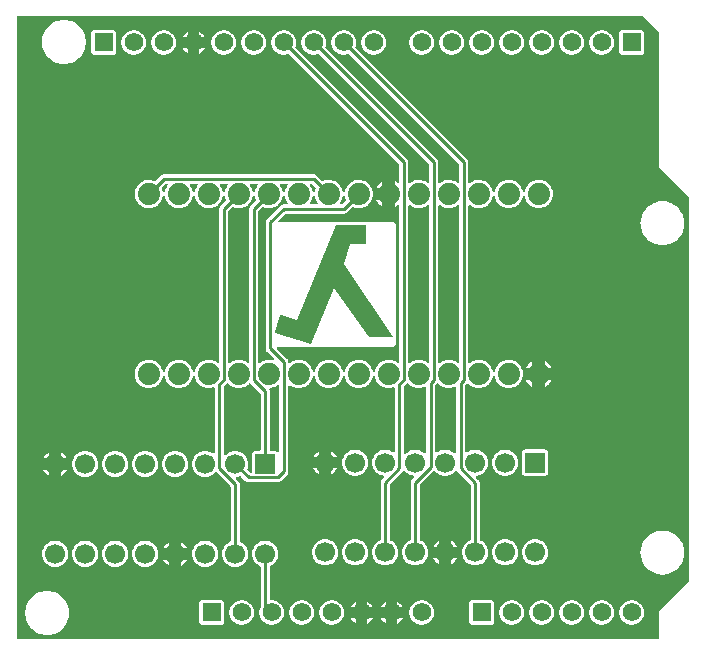
<source format=gbl>
G04 Layer: BottomLayer*
G04 EasyEDA v6.5.40, 2024-05-12 15:51:58*
G04 49c0d29adba348579b594a98eefbc0f5,633559c1653544b899bb7edc1c986e09,10*
G04 Gerber Generator version 0.2*
G04 Scale: 100 percent, Rotated: No, Reflected: No *
G04 Dimensions in millimeters *
G04 leading zeros omitted , absolute positions ,4 integer and 5 decimal *
%FSLAX45Y45*%
%MOMM*%

%ADD10C,0.2540*%
%ADD11C,1.8796*%
%ADD12R,1.5748X1.5748*%
%ADD13C,1.5748*%
%ADD14R,1.7000X1.7000*%
%ADD15C,1.7000*%
%ADD16C,0.0137*%

%LPD*%
G36*
X48768Y38608D02*
G01*
X44856Y39370D01*
X41605Y41605D01*
X39370Y44856D01*
X38608Y48768D01*
X38608Y5310632D01*
X39370Y5314543D01*
X41605Y5317794D01*
X44856Y5320030D01*
X48768Y5320792D01*
X5331764Y5320792D01*
X5335625Y5320030D01*
X5338927Y5317794D01*
X5470194Y5186527D01*
X5472430Y5183225D01*
X5473192Y5179364D01*
X5473192Y4051706D01*
X5473496Y4047896D01*
X5475528Y4040835D01*
X5478272Y4035958D01*
X5481066Y4032707D01*
X5724194Y3789527D01*
X5726430Y3786225D01*
X5727192Y3782364D01*
X5727192Y535635D01*
X5726430Y531774D01*
X5724194Y528472D01*
X5481066Y285292D01*
X5478576Y282397D01*
X5475020Y275945D01*
X5473496Y270560D01*
X5473192Y266293D01*
X5473192Y48768D01*
X5472430Y44856D01*
X5470194Y41605D01*
X5466943Y39370D01*
X5463032Y38608D01*
G37*

%LPC*%
G36*
X285699Y77012D02*
G01*
X304495Y77012D01*
X323240Y78943D01*
X341680Y82702D01*
X359664Y88341D01*
X376986Y95808D01*
X393446Y104952D01*
X408889Y115671D01*
X423164Y127965D01*
X436168Y141579D01*
X447649Y156514D01*
X457657Y172466D01*
X465937Y189382D01*
X472490Y207060D01*
X477164Y225247D01*
X480059Y243890D01*
X480974Y262686D01*
X480059Y281482D01*
X477164Y300126D01*
X472490Y318312D01*
X465937Y335991D01*
X457657Y352907D01*
X447649Y368858D01*
X436168Y383794D01*
X423164Y397408D01*
X408889Y409701D01*
X393446Y420420D01*
X376986Y429564D01*
X359664Y437032D01*
X341680Y442671D01*
X323240Y446430D01*
X304495Y448360D01*
X285699Y448360D01*
X266954Y446430D01*
X248513Y442671D01*
X230530Y437032D01*
X213207Y429564D01*
X196748Y420420D01*
X181305Y409701D01*
X167030Y397408D01*
X154025Y383794D01*
X142544Y368858D01*
X132537Y352907D01*
X124256Y335991D01*
X117703Y318312D01*
X113030Y300126D01*
X110134Y281482D01*
X109220Y262686D01*
X110134Y243890D01*
X113030Y225247D01*
X117703Y207060D01*
X124256Y189382D01*
X132537Y172466D01*
X142544Y156514D01*
X154025Y141579D01*
X167030Y127965D01*
X181305Y115671D01*
X196748Y104952D01*
X213207Y95808D01*
X230530Y88341D01*
X248513Y82702D01*
X266954Y78943D01*
G37*
G36*
X1943100Y162052D02*
G01*
X1956765Y162966D01*
X1970176Y165658D01*
X1983130Y170027D01*
X1995424Y176072D01*
X2006803Y183692D01*
X2017064Y192735D01*
X2026107Y202996D01*
X2033727Y214375D01*
X2039772Y226669D01*
X2044141Y239623D01*
X2046833Y253034D01*
X2047748Y266700D01*
X2046833Y280365D01*
X2044141Y293776D01*
X2039772Y306730D01*
X2033727Y319024D01*
X2026107Y330403D01*
X2017064Y340664D01*
X2006803Y349707D01*
X1995424Y357327D01*
X1983130Y363372D01*
X1970176Y367741D01*
X1956765Y370433D01*
X1943100Y371348D01*
X1929434Y370433D01*
X1916023Y367741D01*
X1903069Y363372D01*
X1890775Y357327D01*
X1879396Y349707D01*
X1869135Y340664D01*
X1860092Y330403D01*
X1852472Y319024D01*
X1846427Y306730D01*
X1842058Y293776D01*
X1839366Y280365D01*
X1838452Y266700D01*
X1839366Y253034D01*
X1842058Y239623D01*
X1846427Y226669D01*
X1852472Y214375D01*
X1860092Y202996D01*
X1869135Y192735D01*
X1879396Y183692D01*
X1890775Y176072D01*
X1903069Y170027D01*
X1916023Y165658D01*
X1929434Y162966D01*
G37*
G36*
X3467100Y162052D02*
G01*
X3480765Y162966D01*
X3494176Y165658D01*
X3507130Y170027D01*
X3519424Y176072D01*
X3530803Y183692D01*
X3541064Y192735D01*
X3550107Y202996D01*
X3557727Y214375D01*
X3563772Y226669D01*
X3568141Y239623D01*
X3570833Y253034D01*
X3571748Y266700D01*
X3570833Y280365D01*
X3568141Y293776D01*
X3563772Y306730D01*
X3557727Y319024D01*
X3550107Y330403D01*
X3541064Y340664D01*
X3530803Y349707D01*
X3519424Y357327D01*
X3507130Y363372D01*
X3494176Y367741D01*
X3480765Y370433D01*
X3467100Y371348D01*
X3453434Y370433D01*
X3440023Y367741D01*
X3427069Y363372D01*
X3414776Y357327D01*
X3403396Y349707D01*
X3393135Y340664D01*
X3384092Y330403D01*
X3376472Y319024D01*
X3370427Y306730D01*
X3366058Y293776D01*
X3363366Y280365D01*
X3362451Y266700D01*
X3363366Y253034D01*
X3366058Y239623D01*
X3370427Y226669D01*
X3376472Y214375D01*
X3384092Y202996D01*
X3393135Y192735D01*
X3403396Y183692D01*
X3414776Y176072D01*
X3427069Y170027D01*
X3440023Y165658D01*
X3453434Y162966D01*
G37*
G36*
X4229100Y162052D02*
G01*
X4242765Y162966D01*
X4256176Y165658D01*
X4269130Y170027D01*
X4281424Y176072D01*
X4292803Y183692D01*
X4303064Y192735D01*
X4312107Y202996D01*
X4319727Y214375D01*
X4325772Y226669D01*
X4330141Y239623D01*
X4332833Y253034D01*
X4333748Y266700D01*
X4332833Y280365D01*
X4330141Y293776D01*
X4325772Y306730D01*
X4319727Y319024D01*
X4312107Y330403D01*
X4303064Y340664D01*
X4292803Y349707D01*
X4281424Y357327D01*
X4269130Y363372D01*
X4256176Y367741D01*
X4242765Y370433D01*
X4229100Y371348D01*
X4215434Y370433D01*
X4202023Y367741D01*
X4189069Y363372D01*
X4176776Y357327D01*
X4165396Y349707D01*
X4155135Y340664D01*
X4146092Y330403D01*
X4138472Y319024D01*
X4132427Y306730D01*
X4128058Y293776D01*
X4125366Y280365D01*
X4124451Y266700D01*
X4125366Y253034D01*
X4128058Y239623D01*
X4132427Y226669D01*
X4138472Y214375D01*
X4146092Y202996D01*
X4155135Y192735D01*
X4165396Y183692D01*
X4176776Y176072D01*
X4189069Y170027D01*
X4202023Y165658D01*
X4215434Y162966D01*
G37*
G36*
X4483100Y162052D02*
G01*
X4496765Y162966D01*
X4510176Y165658D01*
X4523130Y170027D01*
X4535424Y176072D01*
X4546803Y183692D01*
X4557064Y192735D01*
X4566107Y202996D01*
X4573727Y214375D01*
X4579772Y226669D01*
X4584141Y239623D01*
X4586833Y253034D01*
X4587748Y266700D01*
X4586833Y280365D01*
X4584141Y293776D01*
X4579772Y306730D01*
X4573727Y319024D01*
X4566107Y330403D01*
X4557064Y340664D01*
X4546803Y349707D01*
X4535424Y357327D01*
X4523130Y363372D01*
X4510176Y367741D01*
X4496765Y370433D01*
X4483100Y371348D01*
X4469434Y370433D01*
X4456023Y367741D01*
X4443069Y363372D01*
X4430776Y357327D01*
X4419396Y349707D01*
X4409135Y340664D01*
X4400092Y330403D01*
X4392472Y319024D01*
X4386427Y306730D01*
X4382058Y293776D01*
X4379366Y280365D01*
X4378452Y266700D01*
X4379366Y253034D01*
X4382058Y239623D01*
X4386427Y226669D01*
X4392472Y214375D01*
X4400092Y202996D01*
X4409135Y192735D01*
X4419396Y183692D01*
X4430776Y176072D01*
X4443069Y170027D01*
X4456023Y165658D01*
X4469434Y162966D01*
G37*
G36*
X2451100Y162052D02*
G01*
X2464765Y162966D01*
X2478176Y165658D01*
X2491130Y170027D01*
X2503424Y176072D01*
X2514803Y183692D01*
X2525064Y192735D01*
X2534107Y202996D01*
X2541727Y214375D01*
X2547772Y226669D01*
X2552141Y239623D01*
X2554833Y253034D01*
X2555748Y266700D01*
X2554833Y280365D01*
X2552141Y293776D01*
X2547772Y306730D01*
X2541727Y319024D01*
X2534107Y330403D01*
X2525064Y340664D01*
X2514803Y349707D01*
X2503424Y357327D01*
X2491130Y363372D01*
X2478176Y367741D01*
X2464765Y370433D01*
X2451100Y371348D01*
X2437434Y370433D01*
X2424023Y367741D01*
X2411069Y363372D01*
X2398776Y357327D01*
X2387396Y349707D01*
X2377135Y340664D01*
X2368092Y330403D01*
X2360472Y319024D01*
X2354427Y306730D01*
X2350058Y293776D01*
X2347366Y280365D01*
X2346452Y266700D01*
X2347366Y253034D01*
X2350058Y239623D01*
X2354427Y226669D01*
X2360472Y214375D01*
X2368092Y202996D01*
X2377135Y192735D01*
X2387396Y183692D01*
X2398776Y176072D01*
X2411069Y170027D01*
X2424023Y165658D01*
X2437434Y162966D01*
G37*
G36*
X2705100Y162052D02*
G01*
X2718765Y162966D01*
X2732176Y165658D01*
X2745130Y170027D01*
X2757424Y176072D01*
X2768803Y183692D01*
X2779064Y192735D01*
X2788107Y202996D01*
X2795727Y214375D01*
X2801772Y226669D01*
X2806141Y239623D01*
X2808833Y253034D01*
X2809748Y266700D01*
X2808833Y280365D01*
X2806141Y293776D01*
X2801772Y306730D01*
X2795727Y319024D01*
X2788107Y330403D01*
X2779064Y340664D01*
X2768803Y349707D01*
X2757424Y357327D01*
X2745130Y363372D01*
X2732176Y367741D01*
X2718765Y370433D01*
X2705100Y371348D01*
X2691434Y370433D01*
X2678023Y367741D01*
X2665069Y363372D01*
X2652776Y357327D01*
X2641396Y349707D01*
X2631135Y340664D01*
X2622092Y330403D01*
X2614472Y319024D01*
X2608427Y306730D01*
X2604058Y293776D01*
X2601366Y280365D01*
X2600452Y266700D01*
X2601366Y253034D01*
X2604058Y239623D01*
X2608427Y226669D01*
X2614472Y214375D01*
X2622092Y202996D01*
X2631135Y192735D01*
X2641396Y183692D01*
X2652776Y176072D01*
X2665069Y170027D01*
X2678023Y165658D01*
X2691434Y162966D01*
G37*
G36*
X4991100Y162052D02*
G01*
X5004765Y162966D01*
X5018176Y165658D01*
X5031130Y170027D01*
X5043424Y176072D01*
X5054803Y183692D01*
X5065064Y192735D01*
X5074107Y202996D01*
X5081727Y214375D01*
X5087772Y226669D01*
X5092141Y239623D01*
X5094833Y253034D01*
X5095748Y266700D01*
X5094833Y280365D01*
X5092141Y293776D01*
X5087772Y306730D01*
X5081727Y319024D01*
X5074107Y330403D01*
X5065064Y340664D01*
X5054803Y349707D01*
X5043424Y357327D01*
X5031130Y363372D01*
X5018176Y367741D01*
X5004765Y370433D01*
X4991100Y371348D01*
X4977434Y370433D01*
X4964023Y367741D01*
X4951069Y363372D01*
X4938776Y357327D01*
X4927396Y349707D01*
X4917135Y340664D01*
X4908092Y330403D01*
X4900472Y319024D01*
X4894427Y306730D01*
X4890058Y293776D01*
X4887366Y280365D01*
X4886452Y266700D01*
X4887366Y253034D01*
X4890058Y239623D01*
X4894427Y226669D01*
X4900472Y214375D01*
X4908092Y202996D01*
X4917135Y192735D01*
X4927396Y183692D01*
X4938776Y176072D01*
X4951069Y170027D01*
X4964023Y165658D01*
X4977434Y162966D01*
G37*
G36*
X4737100Y162052D02*
G01*
X4750765Y162966D01*
X4764176Y165658D01*
X4777130Y170027D01*
X4789424Y176072D01*
X4800803Y183692D01*
X4811064Y192735D01*
X4820107Y202996D01*
X4827727Y214375D01*
X4833772Y226669D01*
X4838141Y239623D01*
X4840833Y253034D01*
X4841748Y266700D01*
X4840833Y280365D01*
X4838141Y293776D01*
X4833772Y306730D01*
X4827727Y319024D01*
X4820107Y330403D01*
X4811064Y340664D01*
X4800803Y349707D01*
X4789424Y357327D01*
X4777130Y363372D01*
X4764176Y367741D01*
X4750765Y370433D01*
X4737100Y371348D01*
X4723434Y370433D01*
X4710023Y367741D01*
X4697069Y363372D01*
X4684776Y357327D01*
X4673396Y349707D01*
X4663135Y340664D01*
X4654092Y330403D01*
X4646472Y319024D01*
X4640427Y306730D01*
X4636058Y293776D01*
X4633366Y280365D01*
X4632452Y266700D01*
X4633366Y253034D01*
X4636058Y239623D01*
X4640427Y226669D01*
X4646472Y214375D01*
X4654092Y202996D01*
X4663135Y192735D01*
X4673396Y183692D01*
X4684776Y176072D01*
X4697069Y170027D01*
X4710023Y165658D01*
X4723434Y162966D01*
G37*
G36*
X5245100Y162052D02*
G01*
X5258765Y162966D01*
X5272176Y165658D01*
X5285130Y170027D01*
X5297424Y176072D01*
X5308803Y183692D01*
X5319064Y192735D01*
X5328107Y202996D01*
X5335727Y214375D01*
X5341772Y226669D01*
X5346141Y239623D01*
X5348833Y253034D01*
X5349748Y266700D01*
X5348833Y280365D01*
X5346141Y293776D01*
X5341772Y306730D01*
X5335727Y319024D01*
X5328107Y330403D01*
X5319064Y340664D01*
X5308803Y349707D01*
X5297424Y357327D01*
X5285130Y363372D01*
X5272176Y367741D01*
X5258765Y370433D01*
X5245100Y371348D01*
X5231434Y370433D01*
X5218023Y367741D01*
X5205069Y363372D01*
X5192776Y357327D01*
X5181396Y349707D01*
X5171135Y340664D01*
X5162092Y330403D01*
X5154472Y319024D01*
X5148427Y306730D01*
X5144058Y293776D01*
X5141366Y280365D01*
X5140452Y266700D01*
X5141366Y253034D01*
X5144058Y239623D01*
X5148427Y226669D01*
X5154472Y214375D01*
X5162092Y202996D01*
X5171135Y192735D01*
X5181396Y183692D01*
X5192776Y176072D01*
X5205069Y170027D01*
X5218023Y165658D01*
X5231434Y162966D01*
G37*
G36*
X1610918Y162052D02*
G01*
X1767281Y162052D01*
X1773580Y162763D01*
X1779066Y164693D01*
X1783943Y167741D01*
X1788058Y171856D01*
X1791106Y176733D01*
X1793036Y182219D01*
X1793748Y188518D01*
X1793748Y344881D01*
X1793036Y351180D01*
X1791106Y356666D01*
X1788058Y361543D01*
X1783943Y365658D01*
X1779066Y368706D01*
X1773580Y370636D01*
X1767281Y371348D01*
X1610918Y371348D01*
X1604619Y370636D01*
X1599133Y368706D01*
X1594256Y365658D01*
X1590141Y361543D01*
X1587093Y356666D01*
X1585163Y351180D01*
X1584452Y344881D01*
X1584452Y188518D01*
X1585163Y182219D01*
X1587093Y176733D01*
X1590141Y171856D01*
X1594256Y167741D01*
X1599133Y164693D01*
X1604619Y162763D01*
G37*
G36*
X3896918Y162052D02*
G01*
X4053281Y162052D01*
X4059580Y162763D01*
X4065066Y164693D01*
X4069943Y167741D01*
X4074058Y171856D01*
X4077106Y176733D01*
X4079036Y182219D01*
X4079748Y188518D01*
X4079748Y344881D01*
X4079036Y351180D01*
X4077106Y356666D01*
X4074058Y361543D01*
X4069943Y365658D01*
X4065066Y368706D01*
X4059580Y370636D01*
X4053281Y371348D01*
X3896918Y371348D01*
X3890619Y370636D01*
X3885133Y368706D01*
X3880256Y365658D01*
X3876141Y361543D01*
X3873093Y356666D01*
X3871163Y351180D01*
X3870451Y344881D01*
X3870451Y188518D01*
X3871163Y182219D01*
X3873093Y176733D01*
X3876141Y171856D01*
X3880256Y167741D01*
X3885133Y164693D01*
X3890619Y162763D01*
G37*
G36*
X2197100Y162052D02*
G01*
X2210765Y162966D01*
X2224176Y165658D01*
X2237130Y170027D01*
X2249424Y176072D01*
X2260803Y183692D01*
X2271064Y192735D01*
X2280107Y202996D01*
X2287727Y214375D01*
X2293772Y226669D01*
X2298141Y239623D01*
X2300833Y253034D01*
X2301748Y266700D01*
X2300833Y280365D01*
X2298141Y293776D01*
X2293772Y306730D01*
X2287727Y319024D01*
X2280107Y330403D01*
X2271064Y340664D01*
X2260803Y349707D01*
X2249424Y357327D01*
X2237130Y363372D01*
X2224176Y367741D01*
X2210765Y370433D01*
X2197100Y371348D01*
X2190546Y370890D01*
X2186432Y371449D01*
X2182926Y373634D01*
X2180539Y376986D01*
X2179675Y381050D01*
X2179675Y652373D01*
X2180386Y656082D01*
X2182418Y659282D01*
X2185466Y661517D01*
X2195525Y666394D01*
X2207412Y674116D01*
X2218232Y683310D01*
X2227783Y693826D01*
X2235911Y705510D01*
X2242464Y718108D01*
X2247392Y731418D01*
X2250541Y745286D01*
X2251913Y759409D01*
X2251456Y773633D01*
X2249220Y787654D01*
X2245156Y801268D01*
X2239416Y814273D01*
X2232050Y826414D01*
X2223160Y837539D01*
X2212949Y847445D01*
X2201570Y855929D01*
X2189226Y862888D01*
X2176018Y868222D01*
X2162302Y871829D01*
X2148179Y873658D01*
X2134006Y873658D01*
X2119884Y871829D01*
X2106168Y868222D01*
X2092960Y862888D01*
X2080615Y855929D01*
X2069236Y847445D01*
X2059025Y837539D01*
X2050135Y826414D01*
X2042769Y814273D01*
X2037029Y801268D01*
X2032965Y787654D01*
X2030730Y773633D01*
X2030272Y759409D01*
X2031644Y745286D01*
X2034793Y731418D01*
X2039721Y718108D01*
X2046274Y705510D01*
X2054402Y693826D01*
X2063953Y683310D01*
X2074773Y674116D01*
X2086660Y666394D01*
X2096719Y661517D01*
X2099767Y659282D01*
X2101799Y656082D01*
X2102459Y652373D01*
X2102459Y323189D01*
X2103221Y315823D01*
X2103120Y313029D01*
X2102205Y310337D01*
X2100427Y306730D01*
X2096058Y293776D01*
X2093366Y280365D01*
X2092452Y266700D01*
X2093366Y253034D01*
X2096058Y239623D01*
X2100427Y226669D01*
X2106472Y214375D01*
X2114092Y202996D01*
X2123135Y192735D01*
X2133396Y183692D01*
X2144776Y176072D01*
X2157069Y170027D01*
X2170023Y165658D01*
X2183434Y162966D01*
G37*
G36*
X3167380Y172821D02*
G01*
X3167380Y220979D01*
X3119221Y220979D01*
X3122472Y214375D01*
X3130092Y202996D01*
X3139135Y192735D01*
X3149396Y183692D01*
X3160776Y176072D01*
G37*
G36*
X2913380Y172821D02*
G01*
X2913380Y220979D01*
X2865221Y220979D01*
X2868472Y214375D01*
X2876092Y202996D01*
X2885135Y192735D01*
X2895396Y183692D01*
X2906776Y176072D01*
G37*
G36*
X3004820Y172821D02*
G01*
X3011424Y176072D01*
X3022803Y183692D01*
X3033064Y192735D01*
X3042107Y202996D01*
X3049727Y214375D01*
X3052978Y220979D01*
X3004820Y220979D01*
G37*
G36*
X3258820Y172821D02*
G01*
X3265424Y176072D01*
X3276803Y183692D01*
X3287064Y192735D01*
X3296107Y202996D01*
X3303727Y214375D01*
X3306978Y220979D01*
X3258820Y220979D01*
G37*
G36*
X2865221Y312420D02*
G01*
X2913380Y312420D01*
X2913380Y360578D01*
X2906776Y357327D01*
X2895396Y349707D01*
X2885135Y340664D01*
X2876092Y330403D01*
X2868472Y319024D01*
G37*
G36*
X3119221Y312420D02*
G01*
X3167380Y312420D01*
X3167380Y360578D01*
X3160776Y357327D01*
X3149396Y349707D01*
X3139135Y340664D01*
X3130092Y330403D01*
X3122472Y319024D01*
G37*
G36*
X3258820Y312420D02*
G01*
X3306978Y312420D01*
X3303727Y319024D01*
X3296107Y330403D01*
X3287064Y340664D01*
X3276803Y349707D01*
X3265424Y357327D01*
X3258820Y360578D01*
G37*
G36*
X3004820Y312420D02*
G01*
X3052978Y312420D01*
X3049727Y319024D01*
X3042107Y330403D01*
X3033064Y340664D01*
X3022803Y349707D01*
X3011424Y357327D01*
X3004820Y360578D01*
G37*
G36*
X5495696Y587044D02*
G01*
X5514492Y587044D01*
X5533237Y588924D01*
X5551678Y592734D01*
X5569661Y598373D01*
X5586984Y605790D01*
X5603443Y614934D01*
X5618886Y625703D01*
X5633161Y637946D01*
X5646166Y651611D01*
X5657646Y666496D01*
X5667654Y682498D01*
X5675934Y699363D01*
X5682488Y717042D01*
X5687161Y735279D01*
X5690057Y753872D01*
X5690971Y772668D01*
X5690057Y791514D01*
X5687161Y810107D01*
X5682488Y828344D01*
X5675934Y846023D01*
X5667654Y862888D01*
X5657646Y878890D01*
X5646166Y893775D01*
X5633161Y907440D01*
X5618886Y919683D01*
X5603443Y930452D01*
X5586984Y939596D01*
X5569661Y947013D01*
X5551678Y952652D01*
X5533237Y956462D01*
X5514492Y958342D01*
X5495696Y958342D01*
X5476951Y956462D01*
X5458510Y952652D01*
X5440527Y947013D01*
X5423204Y939596D01*
X5406745Y930452D01*
X5391302Y919683D01*
X5377027Y907440D01*
X5364022Y893775D01*
X5352542Y878890D01*
X5342534Y862888D01*
X5334254Y846023D01*
X5327700Y828344D01*
X5323027Y810107D01*
X5320131Y791514D01*
X5319217Y772668D01*
X5320131Y753872D01*
X5323027Y735279D01*
X5327700Y717042D01*
X5334254Y699363D01*
X5342534Y682498D01*
X5352542Y666496D01*
X5364022Y651611D01*
X5377027Y637946D01*
X5391302Y625703D01*
X5406745Y614934D01*
X5423204Y605790D01*
X5440527Y598373D01*
X5458510Y592734D01*
X5476951Y588924D01*
G37*
G36*
X1125118Y652119D02*
G01*
X1139291Y653034D01*
X1153210Y655726D01*
X1166723Y660196D01*
X1179525Y666394D01*
X1191412Y674116D01*
X1202232Y683310D01*
X1211783Y693826D01*
X1219911Y705510D01*
X1226464Y718108D01*
X1231392Y731418D01*
X1234541Y745286D01*
X1235913Y759409D01*
X1235456Y773633D01*
X1233220Y787654D01*
X1229156Y801268D01*
X1223416Y814273D01*
X1216050Y826414D01*
X1207160Y837539D01*
X1196949Y847445D01*
X1185570Y855929D01*
X1173226Y862888D01*
X1160018Y868222D01*
X1146302Y871829D01*
X1132179Y873658D01*
X1118006Y873658D01*
X1103884Y871829D01*
X1090168Y868222D01*
X1076960Y862888D01*
X1064615Y855929D01*
X1053236Y847445D01*
X1043025Y837539D01*
X1034135Y826414D01*
X1026769Y814273D01*
X1021029Y801268D01*
X1016965Y787654D01*
X1014730Y773633D01*
X1014272Y759409D01*
X1015644Y745286D01*
X1018794Y731418D01*
X1023721Y718108D01*
X1030274Y705510D01*
X1038402Y693826D01*
X1047953Y683310D01*
X1058773Y674116D01*
X1070660Y666394D01*
X1083462Y660196D01*
X1096975Y655726D01*
X1110894Y653034D01*
G37*
G36*
X871118Y652119D02*
G01*
X885291Y653034D01*
X899210Y655726D01*
X912723Y660196D01*
X925525Y666394D01*
X937412Y674116D01*
X948232Y683310D01*
X957783Y693826D01*
X965911Y705510D01*
X972464Y718108D01*
X977392Y731418D01*
X980541Y745286D01*
X981913Y759409D01*
X981456Y773633D01*
X979220Y787654D01*
X975156Y801268D01*
X969416Y814273D01*
X962050Y826414D01*
X953160Y837539D01*
X942949Y847445D01*
X931570Y855929D01*
X919226Y862888D01*
X906018Y868222D01*
X892302Y871829D01*
X878179Y873658D01*
X864006Y873658D01*
X849884Y871829D01*
X836168Y868222D01*
X822960Y862888D01*
X810615Y855929D01*
X799236Y847445D01*
X789025Y837539D01*
X780135Y826414D01*
X772769Y814273D01*
X767029Y801268D01*
X762965Y787654D01*
X760730Y773633D01*
X760272Y759409D01*
X761644Y745286D01*
X764794Y731418D01*
X769721Y718108D01*
X776274Y705510D01*
X784402Y693826D01*
X793953Y683310D01*
X804773Y674116D01*
X816660Y666394D01*
X829462Y660196D01*
X842975Y655726D01*
X856894Y653034D01*
G37*
G36*
X1633118Y652119D02*
G01*
X1647291Y653034D01*
X1661210Y655726D01*
X1674723Y660196D01*
X1687525Y666394D01*
X1699412Y674116D01*
X1710232Y683310D01*
X1719783Y693826D01*
X1727911Y705510D01*
X1734464Y718108D01*
X1739392Y731418D01*
X1742541Y745286D01*
X1743913Y759409D01*
X1743456Y773633D01*
X1741220Y787654D01*
X1737156Y801268D01*
X1731416Y814273D01*
X1724050Y826414D01*
X1715160Y837539D01*
X1704949Y847445D01*
X1693570Y855929D01*
X1681225Y862888D01*
X1668018Y868222D01*
X1654302Y871829D01*
X1640179Y873658D01*
X1626006Y873658D01*
X1611884Y871829D01*
X1598168Y868222D01*
X1584960Y862888D01*
X1572615Y855929D01*
X1561236Y847445D01*
X1551025Y837539D01*
X1542135Y826414D01*
X1534769Y814273D01*
X1529029Y801268D01*
X1524965Y787654D01*
X1522730Y773633D01*
X1522272Y759409D01*
X1523644Y745286D01*
X1526794Y731418D01*
X1531721Y718108D01*
X1538274Y705510D01*
X1546402Y693826D01*
X1555953Y683310D01*
X1566773Y674116D01*
X1578660Y666394D01*
X1591462Y660196D01*
X1604975Y655726D01*
X1618894Y653034D01*
G37*
G36*
X363118Y652119D02*
G01*
X377291Y653034D01*
X391210Y655726D01*
X404723Y660196D01*
X417525Y666394D01*
X429412Y674116D01*
X440232Y683310D01*
X449783Y693826D01*
X457911Y705510D01*
X464464Y718108D01*
X469392Y731418D01*
X472541Y745286D01*
X473913Y759409D01*
X473456Y773633D01*
X471220Y787654D01*
X467156Y801268D01*
X461416Y814273D01*
X454050Y826414D01*
X445160Y837539D01*
X434949Y847445D01*
X423570Y855929D01*
X411226Y862888D01*
X398018Y868222D01*
X384302Y871829D01*
X370179Y873658D01*
X356006Y873658D01*
X341884Y871829D01*
X328168Y868222D01*
X314960Y862888D01*
X302615Y855929D01*
X291236Y847445D01*
X281025Y837539D01*
X272135Y826414D01*
X264769Y814273D01*
X259029Y801268D01*
X254965Y787654D01*
X252729Y773633D01*
X252272Y759409D01*
X253644Y745286D01*
X256794Y731418D01*
X261721Y718108D01*
X268274Y705510D01*
X276402Y693826D01*
X285953Y683310D01*
X296773Y674116D01*
X308660Y666394D01*
X321462Y660196D01*
X334975Y655726D01*
X348894Y653034D01*
G37*
G36*
X617118Y652119D02*
G01*
X631291Y653034D01*
X645210Y655726D01*
X658723Y660196D01*
X671525Y666394D01*
X683412Y674116D01*
X694232Y683310D01*
X703783Y693826D01*
X711911Y705510D01*
X718464Y718108D01*
X723392Y731418D01*
X726541Y745286D01*
X727913Y759409D01*
X727456Y773633D01*
X725220Y787654D01*
X721156Y801268D01*
X715416Y814273D01*
X708050Y826414D01*
X699160Y837539D01*
X688949Y847445D01*
X677570Y855929D01*
X665226Y862888D01*
X652018Y868222D01*
X638302Y871829D01*
X624179Y873658D01*
X610006Y873658D01*
X595884Y871829D01*
X582168Y868222D01*
X568960Y862888D01*
X556615Y855929D01*
X545236Y847445D01*
X535025Y837539D01*
X526135Y826414D01*
X518769Y814273D01*
X513029Y801268D01*
X508965Y787654D01*
X506730Y773633D01*
X506272Y759409D01*
X507644Y745286D01*
X510793Y731418D01*
X515721Y718108D01*
X522274Y705510D01*
X530402Y693826D01*
X539953Y683310D01*
X550773Y674116D01*
X562660Y666394D01*
X575462Y660196D01*
X588975Y655726D01*
X602894Y653034D01*
G37*
G36*
X1887118Y652119D02*
G01*
X1901291Y653034D01*
X1915210Y655726D01*
X1928723Y660196D01*
X1941525Y666394D01*
X1953412Y674116D01*
X1964232Y683310D01*
X1973783Y693826D01*
X1981911Y705510D01*
X1988464Y718108D01*
X1993392Y731418D01*
X1996541Y745286D01*
X1997913Y759409D01*
X1997456Y773633D01*
X1995220Y787654D01*
X1991156Y801268D01*
X1985416Y814273D01*
X1978050Y826414D01*
X1969160Y837539D01*
X1958949Y847445D01*
X1947570Y855929D01*
X1935225Y862888D01*
X1931924Y864209D01*
X1928571Y866394D01*
X1926336Y869746D01*
X1925574Y873658D01*
X1925574Y1351026D01*
X1924761Y1359052D01*
X1922576Y1366266D01*
X1919020Y1372971D01*
X1913889Y1379169D01*
X1897024Y1396085D01*
X1894687Y1399743D01*
X1894078Y1404061D01*
X1895348Y1408226D01*
X1898294Y1411478D01*
X1902256Y1413205D01*
X1915210Y1415745D01*
X1927707Y1419910D01*
X1931416Y1420418D01*
X1935022Y1419555D01*
X1938070Y1417421D01*
X1972868Y1382725D01*
X1979066Y1377645D01*
X1985772Y1374089D01*
X1992985Y1371904D01*
X2001012Y1371092D01*
X2247392Y1371092D01*
X2255418Y1371904D01*
X2262632Y1374089D01*
X2269337Y1377645D01*
X2275535Y1382776D01*
X2325624Y1432864D01*
X2330754Y1439062D01*
X2334310Y1445768D01*
X2336495Y1452981D01*
X2337308Y1461008D01*
X2337308Y2182368D01*
X2338273Y2186635D01*
X2340965Y2190140D01*
X2344877Y2192172D01*
X2349296Y2192324D01*
X2353360Y2190648D01*
X2362606Y2184095D01*
X2375611Y2177084D01*
X2389378Y2171750D01*
X2403652Y2168194D01*
X2418334Y2166366D01*
X2433066Y2166366D01*
X2447747Y2168194D01*
X2462022Y2171750D01*
X2475788Y2177084D01*
X2488793Y2184095D01*
X2500833Y2192629D01*
X2511755Y2202535D01*
X2521356Y2213762D01*
X2529484Y2226056D01*
X2536088Y2239264D01*
X2541016Y2253183D01*
X2542794Y2261362D01*
X2544318Y2264918D01*
X2547112Y2267661D01*
X2550769Y2269134D01*
X2554630Y2269134D01*
X2558288Y2267661D01*
X2561082Y2264918D01*
X2562606Y2261362D01*
X2564384Y2253183D01*
X2569311Y2239264D01*
X2575915Y2226056D01*
X2584043Y2213762D01*
X2593644Y2202535D01*
X2604566Y2192629D01*
X2616606Y2184095D01*
X2629611Y2177084D01*
X2643378Y2171750D01*
X2657652Y2168194D01*
X2672334Y2166366D01*
X2687066Y2166366D01*
X2701747Y2168194D01*
X2716022Y2171750D01*
X2729788Y2177084D01*
X2742793Y2184095D01*
X2754833Y2192629D01*
X2765755Y2202535D01*
X2775356Y2213762D01*
X2783484Y2226056D01*
X2790088Y2239264D01*
X2795016Y2253183D01*
X2796794Y2261362D01*
X2798318Y2264918D01*
X2801112Y2267661D01*
X2804769Y2269134D01*
X2808630Y2269134D01*
X2812288Y2267661D01*
X2815082Y2264918D01*
X2816606Y2261362D01*
X2818384Y2253183D01*
X2823311Y2239264D01*
X2829915Y2226056D01*
X2838043Y2213762D01*
X2847644Y2202535D01*
X2858566Y2192629D01*
X2870606Y2184095D01*
X2883611Y2177084D01*
X2897378Y2171750D01*
X2911652Y2168194D01*
X2926334Y2166366D01*
X2941066Y2166366D01*
X2955747Y2168194D01*
X2970022Y2171750D01*
X2983788Y2177084D01*
X2996793Y2184095D01*
X3008833Y2192629D01*
X3019755Y2202535D01*
X3029356Y2213762D01*
X3037484Y2226056D01*
X3044088Y2239264D01*
X3049016Y2253183D01*
X3050794Y2261362D01*
X3052318Y2264918D01*
X3055112Y2267661D01*
X3058769Y2269134D01*
X3062630Y2269134D01*
X3066288Y2267661D01*
X3069082Y2264918D01*
X3070606Y2261362D01*
X3072384Y2253183D01*
X3077311Y2239264D01*
X3083915Y2226056D01*
X3092043Y2213762D01*
X3101644Y2202535D01*
X3112566Y2192629D01*
X3124606Y2184095D01*
X3137611Y2177084D01*
X3151378Y2171750D01*
X3165652Y2168194D01*
X3180334Y2166366D01*
X3195066Y2166366D01*
X3209747Y2168194D01*
X3224174Y2171801D01*
X3228035Y2172512D01*
X3231845Y2171700D01*
X3235096Y2169464D01*
X3237230Y2166213D01*
X3237992Y2162352D01*
X3237992Y1633677D01*
X3237026Y1629308D01*
X3234283Y1625803D01*
X3230270Y1623822D01*
X3225850Y1623720D01*
X3221736Y1625498D01*
X3217570Y1628648D01*
X3205226Y1635607D01*
X3192018Y1640941D01*
X3178302Y1644548D01*
X3164179Y1646377D01*
X3150006Y1646377D01*
X3135884Y1644548D01*
X3122168Y1640941D01*
X3108960Y1635607D01*
X3096615Y1628648D01*
X3085236Y1620113D01*
X3075025Y1610258D01*
X3066135Y1599133D01*
X3058769Y1586992D01*
X3053029Y1573987D01*
X3048965Y1560372D01*
X3046730Y1546352D01*
X3046272Y1532128D01*
X3047644Y1518005D01*
X3050794Y1504137D01*
X3055721Y1490827D01*
X3062274Y1478229D01*
X3070402Y1466545D01*
X3079953Y1456029D01*
X3090773Y1446834D01*
X3102660Y1439062D01*
X3115462Y1432915D01*
X3128975Y1428445D01*
X3139998Y1426311D01*
X3144012Y1424584D01*
X3146907Y1421282D01*
X3148177Y1417116D01*
X3147568Y1412798D01*
X3145231Y1409141D01*
X3130042Y1393901D01*
X3124911Y1387703D01*
X3121355Y1380998D01*
X3119170Y1373784D01*
X3118358Y1365758D01*
X3118358Y886256D01*
X3117596Y882345D01*
X3115360Y878992D01*
X3112008Y876808D01*
X3108960Y875588D01*
X3096615Y868629D01*
X3085236Y860145D01*
X3075025Y850239D01*
X3066135Y839114D01*
X3058769Y826973D01*
X3053029Y813968D01*
X3048965Y800354D01*
X3046730Y786333D01*
X3046272Y772109D01*
X3047644Y757986D01*
X3050794Y744118D01*
X3055721Y730808D01*
X3062274Y718210D01*
X3070402Y706526D01*
X3079953Y696010D01*
X3090773Y686816D01*
X3102660Y679094D01*
X3115462Y672896D01*
X3128975Y668426D01*
X3142894Y665734D01*
X3157118Y664819D01*
X3171291Y665734D01*
X3185210Y668426D01*
X3198723Y672896D01*
X3211525Y679094D01*
X3223412Y686816D01*
X3234232Y696010D01*
X3243783Y706526D01*
X3251911Y718210D01*
X3258464Y730808D01*
X3263392Y744118D01*
X3266541Y757986D01*
X3267913Y772109D01*
X3267456Y786333D01*
X3265220Y800354D01*
X3261156Y813968D01*
X3255416Y826973D01*
X3248050Y839114D01*
X3239160Y850239D01*
X3228949Y860145D01*
X3217570Y868629D01*
X3205226Y875588D01*
X3201924Y876909D01*
X3198571Y879094D01*
X3196336Y882446D01*
X3195574Y886358D01*
X3195574Y1346047D01*
X3196336Y1349959D01*
X3198571Y1353261D01*
X3303524Y1458214D01*
X3309467Y1465580D01*
X3312820Y1468323D01*
X3317036Y1469339D01*
X3321354Y1468526D01*
X3324860Y1466037D01*
X3333953Y1456029D01*
X3344773Y1446834D01*
X3356660Y1439062D01*
X3369462Y1432915D01*
X3382975Y1428445D01*
X3393998Y1426311D01*
X3398012Y1424584D01*
X3400907Y1421282D01*
X3402177Y1417116D01*
X3401568Y1412798D01*
X3399231Y1409141D01*
X3384042Y1393901D01*
X3378911Y1387703D01*
X3375355Y1380998D01*
X3373170Y1373784D01*
X3372358Y1365758D01*
X3372358Y886256D01*
X3371596Y882345D01*
X3369360Y878992D01*
X3366008Y876808D01*
X3362960Y875588D01*
X3350615Y868629D01*
X3339236Y860145D01*
X3329025Y850239D01*
X3320135Y839114D01*
X3312769Y826973D01*
X3307029Y813968D01*
X3302965Y800354D01*
X3300729Y786333D01*
X3300272Y772109D01*
X3301644Y757986D01*
X3304794Y744118D01*
X3309721Y730808D01*
X3316274Y718210D01*
X3324402Y706526D01*
X3333953Y696010D01*
X3344773Y686816D01*
X3356660Y679094D01*
X3369462Y672896D01*
X3382975Y668426D01*
X3396894Y665734D01*
X3411118Y664819D01*
X3425291Y665734D01*
X3439210Y668426D01*
X3452723Y672896D01*
X3465525Y679094D01*
X3477412Y686816D01*
X3488232Y696010D01*
X3497783Y706526D01*
X3505911Y718210D01*
X3512464Y730808D01*
X3517392Y744118D01*
X3520541Y757986D01*
X3521913Y772109D01*
X3521456Y786333D01*
X3519220Y800354D01*
X3515156Y813968D01*
X3509416Y826973D01*
X3502050Y839114D01*
X3493160Y850239D01*
X3482949Y860145D01*
X3471570Y868629D01*
X3459226Y875588D01*
X3455924Y876909D01*
X3452571Y879094D01*
X3450336Y882446D01*
X3449574Y886358D01*
X3449574Y1346047D01*
X3450336Y1349959D01*
X3452571Y1353261D01*
X3564890Y1465580D01*
X3568293Y1467866D01*
X3572306Y1468577D01*
X3576320Y1467662D01*
X3579622Y1465224D01*
X3587953Y1456029D01*
X3598773Y1446834D01*
X3610660Y1439062D01*
X3623462Y1432915D01*
X3636975Y1428445D01*
X3650894Y1425702D01*
X3665118Y1424838D01*
X3679291Y1425702D01*
X3693210Y1428445D01*
X3706723Y1432915D01*
X3719525Y1439062D01*
X3731412Y1446834D01*
X3742232Y1456029D01*
X3750056Y1464665D01*
X3753561Y1467154D01*
X3757828Y1467967D01*
X3762044Y1466951D01*
X3765397Y1464259D01*
X3770376Y1458264D01*
X3877360Y1351229D01*
X3879596Y1347927D01*
X3880358Y1344015D01*
X3880358Y886256D01*
X3879596Y882345D01*
X3877360Y878992D01*
X3874008Y876808D01*
X3870960Y875588D01*
X3858615Y868629D01*
X3847236Y860145D01*
X3837025Y850239D01*
X3828135Y839114D01*
X3820769Y826973D01*
X3815029Y813968D01*
X3810965Y800354D01*
X3808729Y786333D01*
X3808272Y772109D01*
X3809644Y757986D01*
X3812794Y744118D01*
X3817721Y730808D01*
X3824274Y718210D01*
X3832402Y706526D01*
X3841953Y696010D01*
X3852773Y686816D01*
X3864660Y679094D01*
X3877462Y672896D01*
X3890975Y668426D01*
X3904894Y665734D01*
X3919118Y664819D01*
X3933291Y665734D01*
X3947210Y668426D01*
X3960723Y672896D01*
X3973525Y679094D01*
X3985412Y686816D01*
X3996232Y696010D01*
X4005783Y706526D01*
X4013911Y718210D01*
X4020464Y730808D01*
X4025392Y744118D01*
X4028541Y757986D01*
X4029913Y772109D01*
X4029456Y786333D01*
X4027220Y800354D01*
X4023156Y813968D01*
X4017416Y826973D01*
X4010050Y839114D01*
X4001160Y850239D01*
X3990949Y860145D01*
X3979570Y868629D01*
X3967226Y875588D01*
X3963924Y876909D01*
X3960571Y879094D01*
X3958336Y882446D01*
X3957574Y886358D01*
X3957574Y1363726D01*
X3956761Y1371752D01*
X3954576Y1378966D01*
X3951020Y1385671D01*
X3945890Y1391869D01*
X3929024Y1408785D01*
X3926687Y1412443D01*
X3926078Y1416761D01*
X3927348Y1420926D01*
X3930294Y1424178D01*
X3934256Y1425905D01*
X3947210Y1428445D01*
X3960723Y1432915D01*
X3973525Y1439062D01*
X3985412Y1446834D01*
X3996232Y1456029D01*
X4005783Y1466545D01*
X4013911Y1478229D01*
X4020464Y1490827D01*
X4025392Y1504137D01*
X4028541Y1518005D01*
X4029913Y1532128D01*
X4029456Y1546352D01*
X4027220Y1560372D01*
X4023156Y1573987D01*
X4017416Y1586992D01*
X4010050Y1599133D01*
X4001160Y1610258D01*
X3990949Y1620113D01*
X3979570Y1628648D01*
X3967226Y1635607D01*
X3954018Y1640941D01*
X3940301Y1644548D01*
X3926179Y1646377D01*
X3912006Y1646377D01*
X3897884Y1644548D01*
X3884168Y1640941D01*
X3870960Y1635607D01*
X3858615Y1628648D01*
X3852164Y1623822D01*
X3848049Y1621993D01*
X3843629Y1622094D01*
X3839616Y1624076D01*
X3836873Y1627632D01*
X3835908Y1631950D01*
X3835908Y2189581D01*
X3836670Y2193493D01*
X3838905Y2196795D01*
X3847134Y2205024D01*
X3850589Y2207310D01*
X3854704Y2207971D01*
X3858717Y2207006D01*
X3862019Y2204466D01*
X3863644Y2202535D01*
X3874566Y2192629D01*
X3886606Y2184095D01*
X3899611Y2177084D01*
X3913378Y2171750D01*
X3927652Y2168194D01*
X3942334Y2166366D01*
X3957065Y2166366D01*
X3971747Y2168194D01*
X3986022Y2171750D01*
X3999788Y2177084D01*
X4012793Y2184095D01*
X4024833Y2192629D01*
X4035755Y2202535D01*
X4045356Y2213762D01*
X4053484Y2226056D01*
X4060088Y2239264D01*
X4065015Y2253183D01*
X4066794Y2261362D01*
X4068318Y2264918D01*
X4071112Y2267661D01*
X4074769Y2269134D01*
X4078630Y2269134D01*
X4082287Y2267661D01*
X4085082Y2264918D01*
X4086606Y2261362D01*
X4088384Y2253183D01*
X4093311Y2239264D01*
X4099915Y2226056D01*
X4108043Y2213762D01*
X4117644Y2202535D01*
X4128566Y2192629D01*
X4140606Y2184095D01*
X4153611Y2177084D01*
X4167378Y2171750D01*
X4181652Y2168194D01*
X4196334Y2166366D01*
X4211066Y2166366D01*
X4225747Y2168194D01*
X4240022Y2171750D01*
X4253788Y2177084D01*
X4266793Y2184095D01*
X4278833Y2192629D01*
X4289755Y2202535D01*
X4299356Y2213762D01*
X4307484Y2226056D01*
X4314088Y2239264D01*
X4319016Y2253183D01*
X4322165Y2267610D01*
X4323486Y2282291D01*
X4323080Y2297074D01*
X4320743Y2311755D01*
X4316730Y2325827D01*
X4310989Y2339441D01*
X4303623Y2352192D01*
X4294733Y2363978D01*
X4284472Y2374595D01*
X4272940Y2383840D01*
X4260392Y2391613D01*
X4246981Y2397760D01*
X4232960Y2402230D01*
X4218432Y2404973D01*
X4203700Y2405888D01*
X4188968Y2404973D01*
X4174439Y2402230D01*
X4160418Y2397760D01*
X4147007Y2391613D01*
X4134459Y2383840D01*
X4122928Y2374595D01*
X4112666Y2363978D01*
X4103776Y2352192D01*
X4096410Y2339441D01*
X4090670Y2325827D01*
X4086453Y2311196D01*
X4084421Y2307336D01*
X4080967Y2304745D01*
X4076700Y2303780D01*
X4072432Y2304745D01*
X4068978Y2307336D01*
X4066946Y2311196D01*
X4062729Y2325827D01*
X4056989Y2339441D01*
X4049623Y2352192D01*
X4040733Y2363978D01*
X4030472Y2374595D01*
X4018940Y2383840D01*
X4006392Y2391613D01*
X3992981Y2397760D01*
X3978960Y2402230D01*
X3964432Y2404973D01*
X3949700Y2405888D01*
X3934968Y2404973D01*
X3920439Y2402230D01*
X3906418Y2397760D01*
X3893007Y2391613D01*
X3880459Y2383840D01*
X3877818Y2381758D01*
X3874515Y2379980D01*
X3870756Y2379522D01*
X3867099Y2380488D01*
X3864051Y2382723D01*
X3862019Y2385923D01*
X3861308Y2389682D01*
X3861308Y3706114D01*
X3862222Y3710381D01*
X3864864Y3713835D01*
X3868674Y3715918D01*
X3873042Y3716172D01*
X3877056Y3714597D01*
X3889756Y3706215D01*
X3902964Y3699611D01*
X3916883Y3694734D01*
X3931310Y3691534D01*
X3945991Y3690213D01*
X3960774Y3690620D01*
X3975354Y3692906D01*
X3989527Y3696970D01*
X4003141Y3702710D01*
X4015892Y3710076D01*
X4027678Y3718966D01*
X4038295Y3729228D01*
X4047540Y3740759D01*
X4055313Y3753307D01*
X4061460Y3766718D01*
X4065930Y3780790D01*
X4066743Y3784955D01*
X4068216Y3788613D01*
X4070959Y3791458D01*
X4074566Y3793032D01*
X4078528Y3793083D01*
X4082237Y3791610D01*
X4085082Y3788867D01*
X4086656Y3785260D01*
X4088384Y3777183D01*
X4093311Y3763264D01*
X4099915Y3750056D01*
X4108043Y3737762D01*
X4117644Y3726535D01*
X4128566Y3716629D01*
X4140606Y3708095D01*
X4153611Y3701084D01*
X4167378Y3695750D01*
X4181652Y3692194D01*
X4196334Y3690365D01*
X4211066Y3690365D01*
X4225747Y3692194D01*
X4240022Y3695750D01*
X4253788Y3701084D01*
X4266793Y3708095D01*
X4278833Y3716629D01*
X4289755Y3726535D01*
X4299356Y3737762D01*
X4307484Y3750056D01*
X4314088Y3763264D01*
X4319016Y3777183D01*
X4320794Y3785362D01*
X4322318Y3788918D01*
X4325112Y3791661D01*
X4328769Y3793134D01*
X4332630Y3793134D01*
X4336288Y3791661D01*
X4339082Y3788918D01*
X4340606Y3785362D01*
X4342384Y3777183D01*
X4347311Y3763264D01*
X4353915Y3750056D01*
X4362043Y3737762D01*
X4371644Y3726535D01*
X4382566Y3716629D01*
X4394606Y3708095D01*
X4407611Y3701084D01*
X4421378Y3695750D01*
X4435652Y3692194D01*
X4450334Y3690365D01*
X4465066Y3690365D01*
X4479747Y3692194D01*
X4494022Y3695750D01*
X4507788Y3701084D01*
X4520793Y3708095D01*
X4532833Y3716629D01*
X4543755Y3726535D01*
X4553356Y3737762D01*
X4561484Y3750056D01*
X4568088Y3763264D01*
X4573016Y3777183D01*
X4576165Y3791610D01*
X4577537Y3806291D01*
X4577080Y3821074D01*
X4574794Y3835654D01*
X4570730Y3849827D01*
X4564989Y3863441D01*
X4557623Y3876192D01*
X4548733Y3887978D01*
X4538472Y3898595D01*
X4526940Y3907840D01*
X4514392Y3915613D01*
X4500981Y3921760D01*
X4486960Y3926230D01*
X4472432Y3928973D01*
X4457700Y3929887D01*
X4442968Y3928973D01*
X4428439Y3926230D01*
X4414418Y3921760D01*
X4401007Y3915613D01*
X4388459Y3907840D01*
X4376928Y3898595D01*
X4366666Y3887978D01*
X4357776Y3876192D01*
X4350410Y3863441D01*
X4344670Y3849827D01*
X4340453Y3835196D01*
X4338421Y3831336D01*
X4334967Y3828745D01*
X4330700Y3827779D01*
X4326432Y3828745D01*
X4322978Y3831336D01*
X4320946Y3835196D01*
X4316730Y3849827D01*
X4310989Y3863441D01*
X4303623Y3876192D01*
X4294733Y3887978D01*
X4284472Y3898595D01*
X4272940Y3907840D01*
X4260392Y3915613D01*
X4246981Y3921760D01*
X4232960Y3926230D01*
X4218432Y3928973D01*
X4203700Y3929887D01*
X4188968Y3928973D01*
X4174439Y3926230D01*
X4160418Y3921760D01*
X4147007Y3915613D01*
X4134459Y3907840D01*
X4122928Y3898595D01*
X4112666Y3887978D01*
X4103776Y3876192D01*
X4096410Y3863441D01*
X4090670Y3849878D01*
X4086402Y3834739D01*
X4084218Y3830777D01*
X4080611Y3828135D01*
X4076141Y3827322D01*
X4071823Y3828542D01*
X4068419Y3831488D01*
X4066641Y3835603D01*
X4065930Y3839260D01*
X4061460Y3853281D01*
X4055313Y3866692D01*
X4047540Y3879240D01*
X4038295Y3890772D01*
X4027678Y3901033D01*
X4015892Y3909923D01*
X4003141Y3917289D01*
X3989527Y3923080D01*
X3975354Y3927094D01*
X3960774Y3929379D01*
X3945991Y3929837D01*
X3931310Y3928465D01*
X3916883Y3925315D01*
X3902964Y3920388D01*
X3889756Y3913835D01*
X3877056Y3905402D01*
X3873042Y3903827D01*
X3868674Y3904081D01*
X3864864Y3906164D01*
X3862222Y3909618D01*
X3861308Y3913886D01*
X3861308Y4076192D01*
X3860495Y4084218D01*
X3858310Y4091432D01*
X3854754Y4098137D01*
X3849624Y4104335D01*
X2907334Y5046675D01*
X2905201Y5049774D01*
X2904337Y5053431D01*
X2904896Y5057140D01*
X2907741Y5065623D01*
X2910433Y5079034D01*
X2911348Y5092700D01*
X2910433Y5106365D01*
X2907741Y5119776D01*
X2903372Y5132730D01*
X2897327Y5145024D01*
X2889707Y5156403D01*
X2880664Y5166664D01*
X2870403Y5175707D01*
X2859024Y5183327D01*
X2846730Y5189372D01*
X2833776Y5193741D01*
X2820365Y5196433D01*
X2806700Y5197348D01*
X2793034Y5196433D01*
X2779623Y5193741D01*
X2766669Y5189372D01*
X2754376Y5183327D01*
X2742996Y5175707D01*
X2732735Y5166664D01*
X2723692Y5156403D01*
X2716072Y5145024D01*
X2710027Y5132730D01*
X2705658Y5119776D01*
X2702966Y5106365D01*
X2702052Y5092700D01*
X2702966Y5079034D01*
X2705658Y5065623D01*
X2710027Y5052669D01*
X2716072Y5040376D01*
X2723692Y5028996D01*
X2732735Y5018735D01*
X2742996Y5009692D01*
X2754376Y5002072D01*
X2766669Y4996027D01*
X2779623Y4991658D01*
X2793034Y4988966D01*
X2806700Y4988052D01*
X2820365Y4988966D01*
X2833776Y4991658D01*
X2842260Y4994503D01*
X2845968Y4995062D01*
X2849626Y4994198D01*
X2852724Y4992065D01*
X3781094Y4063695D01*
X3783329Y4060393D01*
X3784092Y4056481D01*
X3784092Y3913581D01*
X3783126Y3909212D01*
X3780332Y3905707D01*
X3776370Y3903726D01*
X3771900Y3903624D01*
X3767785Y3905453D01*
X3761892Y3909923D01*
X3749141Y3917289D01*
X3735527Y3923080D01*
X3721354Y3927094D01*
X3706774Y3929379D01*
X3691991Y3929837D01*
X3677310Y3928465D01*
X3662883Y3925315D01*
X3648964Y3920388D01*
X3635756Y3913835D01*
X3623056Y3905402D01*
X3619042Y3903827D01*
X3614674Y3904081D01*
X3610864Y3906164D01*
X3608222Y3909618D01*
X3607308Y3913886D01*
X3607308Y4076192D01*
X3606495Y4084218D01*
X3604310Y4091432D01*
X3600754Y4098137D01*
X3595624Y4104335D01*
X2653334Y5046675D01*
X2651201Y5049774D01*
X2650337Y5053431D01*
X2650896Y5057140D01*
X2653741Y5065623D01*
X2656433Y5079034D01*
X2657348Y5092700D01*
X2656433Y5106365D01*
X2653741Y5119776D01*
X2649372Y5132730D01*
X2643327Y5145024D01*
X2635707Y5156403D01*
X2626664Y5166664D01*
X2616403Y5175707D01*
X2605024Y5183327D01*
X2592730Y5189372D01*
X2579776Y5193741D01*
X2566365Y5196433D01*
X2552700Y5197348D01*
X2539034Y5196433D01*
X2525623Y5193741D01*
X2512669Y5189372D01*
X2500376Y5183327D01*
X2488996Y5175707D01*
X2478735Y5166664D01*
X2469692Y5156403D01*
X2462072Y5145024D01*
X2456027Y5132730D01*
X2451658Y5119776D01*
X2448966Y5106365D01*
X2448052Y5092700D01*
X2448966Y5079034D01*
X2451658Y5065623D01*
X2456027Y5052669D01*
X2462072Y5040376D01*
X2469692Y5028996D01*
X2478735Y5018735D01*
X2488996Y5009692D01*
X2500376Y5002072D01*
X2512669Y4996027D01*
X2525623Y4991658D01*
X2539034Y4988966D01*
X2552700Y4988052D01*
X2566365Y4988966D01*
X2579776Y4991658D01*
X2588260Y4994503D01*
X2591968Y4995062D01*
X2595626Y4994198D01*
X2598724Y4992065D01*
X3527094Y4063695D01*
X3529329Y4060393D01*
X3530092Y4056481D01*
X3530092Y3913581D01*
X3529126Y3909212D01*
X3526332Y3905707D01*
X3522370Y3903726D01*
X3517900Y3903624D01*
X3513785Y3905453D01*
X3507892Y3909923D01*
X3495141Y3917289D01*
X3481527Y3923080D01*
X3467354Y3927094D01*
X3452774Y3929379D01*
X3437991Y3929837D01*
X3423310Y3928465D01*
X3408883Y3925315D01*
X3394964Y3920388D01*
X3381756Y3913835D01*
X3369056Y3905402D01*
X3365042Y3903827D01*
X3360674Y3904081D01*
X3356864Y3906164D01*
X3354222Y3909618D01*
X3353308Y3913886D01*
X3353308Y4076192D01*
X3352495Y4084218D01*
X3350310Y4091432D01*
X3346754Y4098137D01*
X3341624Y4104335D01*
X2399334Y5046675D01*
X2397201Y5049774D01*
X2396337Y5053431D01*
X2396896Y5057140D01*
X2399741Y5065623D01*
X2402433Y5079034D01*
X2403348Y5092700D01*
X2402433Y5106365D01*
X2399741Y5119776D01*
X2395372Y5132730D01*
X2389327Y5145024D01*
X2381707Y5156403D01*
X2372664Y5166664D01*
X2362403Y5175707D01*
X2351024Y5183327D01*
X2338730Y5189372D01*
X2325776Y5193741D01*
X2312365Y5196433D01*
X2298700Y5197348D01*
X2285034Y5196433D01*
X2271623Y5193741D01*
X2258669Y5189372D01*
X2246376Y5183327D01*
X2234996Y5175707D01*
X2224735Y5166664D01*
X2215692Y5156403D01*
X2208072Y5145024D01*
X2202027Y5132730D01*
X2197658Y5119776D01*
X2194966Y5106365D01*
X2194052Y5092700D01*
X2194966Y5079034D01*
X2197658Y5065623D01*
X2202027Y5052669D01*
X2208072Y5040376D01*
X2215692Y5028996D01*
X2224735Y5018735D01*
X2234996Y5009692D01*
X2246376Y5002072D01*
X2258669Y4996027D01*
X2271623Y4991658D01*
X2285034Y4988966D01*
X2298700Y4988052D01*
X2312365Y4988966D01*
X2325776Y4991658D01*
X2334260Y4994503D01*
X2337968Y4995062D01*
X2341626Y4994198D01*
X2344724Y4992065D01*
X3273094Y4063695D01*
X3275329Y4060393D01*
X3276092Y4056481D01*
X3276092Y3913581D01*
X3275126Y3909212D01*
X3272332Y3905707D01*
X3268370Y3903726D01*
X3263900Y3903624D01*
X3259785Y3905453D01*
X3253892Y3909923D01*
X3241040Y3917340D01*
X3241040Y3863340D01*
X3265932Y3863340D01*
X3269843Y3862578D01*
X3273094Y3860342D01*
X3275329Y3857091D01*
X3276092Y3853179D01*
X3276092Y3766820D01*
X3275329Y3762959D01*
X3273094Y3759657D01*
X3269843Y3757422D01*
X3265932Y3756660D01*
X3241040Y3756660D01*
X3241040Y3702659D01*
X3253892Y3710076D01*
X3259785Y3714546D01*
X3263900Y3716375D01*
X3268370Y3716274D01*
X3272332Y3714292D01*
X3275126Y3710787D01*
X3276092Y3706418D01*
X3276092Y2389682D01*
X3275380Y2385923D01*
X3273348Y2382723D01*
X3270300Y2380488D01*
X3266643Y2379522D01*
X3262884Y2379980D01*
X3259582Y2381758D01*
X3256940Y2383840D01*
X3244392Y2391613D01*
X3230981Y2397760D01*
X3216960Y2402230D01*
X3202432Y2404973D01*
X3187700Y2405888D01*
X3172968Y2404973D01*
X3158439Y2402230D01*
X3144418Y2397760D01*
X3131007Y2391613D01*
X3118459Y2383840D01*
X3106928Y2374595D01*
X3096666Y2363978D01*
X3087776Y2352192D01*
X3080410Y2339441D01*
X3074670Y2325827D01*
X3070453Y2311196D01*
X3068421Y2307336D01*
X3064967Y2304745D01*
X3060700Y2303780D01*
X3056432Y2304745D01*
X3052978Y2307336D01*
X3050946Y2311196D01*
X3046730Y2325827D01*
X3040989Y2339441D01*
X3033623Y2352192D01*
X3024733Y2363978D01*
X3014472Y2374595D01*
X3002940Y2383840D01*
X2990392Y2391613D01*
X2976981Y2397760D01*
X2962960Y2402230D01*
X2948432Y2404973D01*
X2933700Y2405888D01*
X2918968Y2404973D01*
X2904439Y2402230D01*
X2890418Y2397760D01*
X2877007Y2391613D01*
X2864459Y2383840D01*
X2852928Y2374595D01*
X2842666Y2363978D01*
X2833776Y2352192D01*
X2826410Y2339441D01*
X2820670Y2325827D01*
X2816453Y2311196D01*
X2814421Y2307336D01*
X2810967Y2304745D01*
X2806700Y2303780D01*
X2802432Y2304745D01*
X2798978Y2307336D01*
X2796946Y2311196D01*
X2792730Y2325827D01*
X2786989Y2339441D01*
X2779623Y2352192D01*
X2770733Y2363978D01*
X2760472Y2374595D01*
X2748940Y2383840D01*
X2736392Y2391613D01*
X2722981Y2397760D01*
X2708960Y2402230D01*
X2694432Y2404973D01*
X2679700Y2405888D01*
X2664968Y2404973D01*
X2650439Y2402230D01*
X2636418Y2397760D01*
X2623007Y2391613D01*
X2610459Y2383840D01*
X2598928Y2374595D01*
X2588666Y2363978D01*
X2579776Y2352192D01*
X2572410Y2339441D01*
X2566670Y2325827D01*
X2562453Y2311196D01*
X2560421Y2307336D01*
X2556967Y2304745D01*
X2552700Y2303780D01*
X2548432Y2304745D01*
X2544978Y2307336D01*
X2542946Y2311196D01*
X2538730Y2325827D01*
X2532989Y2339441D01*
X2525623Y2352192D01*
X2516733Y2363978D01*
X2506472Y2374595D01*
X2494940Y2383840D01*
X2482392Y2391613D01*
X2468981Y2397760D01*
X2454960Y2402230D01*
X2440432Y2404973D01*
X2425700Y2405888D01*
X2410968Y2404973D01*
X2396439Y2402230D01*
X2382418Y2397760D01*
X2369007Y2391613D01*
X2356459Y2383840D01*
X2353665Y2381605D01*
X2349754Y2379675D01*
X2345436Y2379522D01*
X2341422Y2381199D01*
X2338527Y2384399D01*
X2337155Y2388514D01*
X2336495Y2395118D01*
X2334310Y2402332D01*
X2330754Y2409037D01*
X2325624Y2415235D01*
X2240838Y2500020D01*
X2238654Y2503322D01*
X2237892Y2507234D01*
X2238654Y2511094D01*
X2240838Y2514396D01*
X2244140Y2516632D01*
X2248052Y2517394D01*
X3221939Y2517394D01*
X3228238Y2518105D01*
X3233724Y2520035D01*
X3238601Y2523083D01*
X3242716Y2527198D01*
X3245764Y2532075D01*
X3247694Y2537561D01*
X3248406Y2543860D01*
X3248406Y3542741D01*
X3247694Y3549040D01*
X3245764Y3554526D01*
X3242716Y3559403D01*
X3238601Y3563518D01*
X3233724Y3566566D01*
X3228238Y3568496D01*
X3221939Y3569208D01*
X2264054Y3569208D01*
X2260142Y3569970D01*
X2256840Y3572205D01*
X2254656Y3575456D01*
X2253894Y3579368D01*
X2254656Y3583279D01*
X2256840Y3586530D01*
X2311704Y3641394D01*
X2315006Y3643629D01*
X2318918Y3644392D01*
X2806192Y3644392D01*
X2814218Y3645204D01*
X2821432Y3647389D01*
X2828137Y3650945D01*
X2834335Y3656076D01*
X2875737Y3697478D01*
X2878886Y3699611D01*
X2882595Y3700424D01*
X2886303Y3699865D01*
X2900883Y3694684D01*
X2915310Y3691534D01*
X2929991Y3690213D01*
X2944774Y3690620D01*
X2959354Y3692906D01*
X2973527Y3696970D01*
X2987141Y3702710D01*
X2999892Y3710076D01*
X3011678Y3718966D01*
X3022295Y3729228D01*
X3031540Y3740759D01*
X3039313Y3753307D01*
X3045460Y3766718D01*
X3049930Y3780790D01*
X3052673Y3795268D01*
X3053588Y3810000D01*
X3052673Y3824732D01*
X3049930Y3839260D01*
X3045460Y3853281D01*
X3039313Y3866692D01*
X3031540Y3879240D01*
X3022295Y3890772D01*
X3011678Y3901033D01*
X2999892Y3909923D01*
X2987141Y3917289D01*
X2973527Y3923080D01*
X2959354Y3927094D01*
X2944774Y3929379D01*
X2929991Y3929837D01*
X2915310Y3928465D01*
X2900883Y3925315D01*
X2886964Y3920388D01*
X2873756Y3913835D01*
X2861462Y3905656D01*
X2850235Y3896055D01*
X2840329Y3885133D01*
X2831795Y3873093D01*
X2824784Y3860088D01*
X2819450Y3846322D01*
X2816555Y3834637D01*
X2814878Y3831132D01*
X2811983Y3828491D01*
X2808325Y3827119D01*
X2804414Y3827221D01*
X2800858Y3828796D01*
X2798114Y3831640D01*
X2796692Y3835247D01*
X2795930Y3839260D01*
X2791460Y3853281D01*
X2785313Y3866692D01*
X2777540Y3879240D01*
X2768295Y3890772D01*
X2757678Y3901033D01*
X2745892Y3909923D01*
X2733141Y3917289D01*
X2719527Y3923080D01*
X2705354Y3927094D01*
X2690774Y3929379D01*
X2675991Y3929837D01*
X2661310Y3928465D01*
X2646883Y3925315D01*
X2632303Y3920134D01*
X2628595Y3919575D01*
X2624886Y3920388D01*
X2621737Y3922522D01*
X2580335Y3963924D01*
X2574137Y3969054D01*
X2567432Y3972610D01*
X2560218Y3974795D01*
X2552192Y3975608D01*
X1283208Y3975608D01*
X1275181Y3974795D01*
X1267968Y3972610D01*
X1261262Y3969054D01*
X1255064Y3963924D01*
X1213459Y3922369D01*
X1210157Y3920134D01*
X1206246Y3919372D01*
X1202334Y3920185D01*
X1195527Y3923080D01*
X1181354Y3927094D01*
X1166774Y3929379D01*
X1151991Y3929837D01*
X1137310Y3928465D01*
X1122883Y3925315D01*
X1108964Y3920388D01*
X1095756Y3913835D01*
X1083462Y3905656D01*
X1072235Y3896055D01*
X1062329Y3885133D01*
X1053795Y3873093D01*
X1046784Y3860088D01*
X1041450Y3846322D01*
X1037894Y3832047D01*
X1036066Y3817365D01*
X1036066Y3802634D01*
X1037894Y3787952D01*
X1041450Y3773678D01*
X1046784Y3759911D01*
X1053795Y3746906D01*
X1062329Y3734866D01*
X1072235Y3723944D01*
X1083462Y3714343D01*
X1095756Y3706215D01*
X1108964Y3699611D01*
X1122883Y3694734D01*
X1137310Y3691534D01*
X1151991Y3690213D01*
X1166774Y3690620D01*
X1181354Y3692906D01*
X1195527Y3696970D01*
X1209141Y3702710D01*
X1221892Y3710076D01*
X1233678Y3718966D01*
X1244295Y3729228D01*
X1253540Y3740759D01*
X1261313Y3753307D01*
X1267460Y3766718D01*
X1271930Y3780790D01*
X1272692Y3784752D01*
X1274114Y3788359D01*
X1276858Y3791204D01*
X1280414Y3792778D01*
X1284325Y3792880D01*
X1287983Y3791559D01*
X1290878Y3788867D01*
X1292555Y3785362D01*
X1295450Y3773678D01*
X1300784Y3759911D01*
X1307795Y3746906D01*
X1316329Y3734866D01*
X1326235Y3723944D01*
X1337462Y3714343D01*
X1349756Y3706215D01*
X1362964Y3699611D01*
X1376883Y3694734D01*
X1391310Y3691534D01*
X1405991Y3690213D01*
X1420774Y3690620D01*
X1435354Y3692906D01*
X1449527Y3696970D01*
X1463141Y3702710D01*
X1475892Y3710076D01*
X1487678Y3718966D01*
X1498295Y3729228D01*
X1507540Y3740759D01*
X1515313Y3753307D01*
X1521460Y3766718D01*
X1525930Y3780790D01*
X1526692Y3784752D01*
X1528114Y3788359D01*
X1530858Y3791204D01*
X1534414Y3792778D01*
X1538325Y3792880D01*
X1541983Y3791559D01*
X1544878Y3788867D01*
X1546555Y3785362D01*
X1549450Y3773678D01*
X1554784Y3759911D01*
X1561795Y3746906D01*
X1570329Y3734866D01*
X1580235Y3723944D01*
X1591462Y3714343D01*
X1603756Y3706215D01*
X1616964Y3699611D01*
X1630883Y3694734D01*
X1645310Y3691534D01*
X1659991Y3690213D01*
X1674774Y3690620D01*
X1689354Y3692906D01*
X1703527Y3696970D01*
X1717141Y3702710D01*
X1729892Y3710076D01*
X1741678Y3718966D01*
X1752295Y3729228D01*
X1761540Y3740759D01*
X1769313Y3753307D01*
X1775460Y3766718D01*
X1779930Y3780790D01*
X1780692Y3784752D01*
X1782114Y3788359D01*
X1784857Y3791204D01*
X1788414Y3792778D01*
X1792325Y3792880D01*
X1795983Y3791559D01*
X1798878Y3788867D01*
X1800555Y3785362D01*
X1803450Y3773678D01*
X1807565Y3763060D01*
X1808276Y3759200D01*
X1807464Y3755440D01*
X1805279Y3752189D01*
X1763775Y3710635D01*
X1758645Y3704437D01*
X1755089Y3697732D01*
X1752904Y3690518D01*
X1752092Y3682492D01*
X1752092Y2389682D01*
X1751380Y2385923D01*
X1749348Y2382723D01*
X1746300Y2380488D01*
X1742643Y2379522D01*
X1738884Y2379980D01*
X1735582Y2381758D01*
X1732940Y2383840D01*
X1720392Y2391613D01*
X1706981Y2397760D01*
X1692960Y2402230D01*
X1678432Y2404973D01*
X1663700Y2405888D01*
X1648968Y2404973D01*
X1634439Y2402230D01*
X1620418Y2397760D01*
X1607007Y2391613D01*
X1594459Y2383840D01*
X1582928Y2374595D01*
X1572666Y2363978D01*
X1563776Y2352192D01*
X1556410Y2339441D01*
X1550670Y2325827D01*
X1546453Y2311196D01*
X1544421Y2307336D01*
X1540967Y2304745D01*
X1536700Y2303780D01*
X1532432Y2304745D01*
X1528978Y2307336D01*
X1526946Y2311196D01*
X1522730Y2325827D01*
X1516989Y2339441D01*
X1509623Y2352192D01*
X1500733Y2363978D01*
X1490472Y2374595D01*
X1478940Y2383840D01*
X1466392Y2391613D01*
X1452981Y2397760D01*
X1438960Y2402230D01*
X1424432Y2404973D01*
X1409700Y2405888D01*
X1394968Y2404973D01*
X1380439Y2402230D01*
X1366418Y2397760D01*
X1353007Y2391613D01*
X1340459Y2383840D01*
X1328928Y2374595D01*
X1318666Y2363978D01*
X1309776Y2352192D01*
X1302410Y2339441D01*
X1296670Y2325827D01*
X1292453Y2311196D01*
X1290421Y2307336D01*
X1286967Y2304745D01*
X1282700Y2303780D01*
X1278432Y2304745D01*
X1274978Y2307336D01*
X1272946Y2311196D01*
X1268730Y2325827D01*
X1262989Y2339441D01*
X1255623Y2352192D01*
X1246733Y2363978D01*
X1236472Y2374595D01*
X1224940Y2383840D01*
X1212392Y2391613D01*
X1198981Y2397760D01*
X1184960Y2402230D01*
X1170432Y2404973D01*
X1155700Y2405888D01*
X1140968Y2404973D01*
X1126439Y2402230D01*
X1112418Y2397760D01*
X1099007Y2391613D01*
X1086459Y2383840D01*
X1074928Y2374595D01*
X1064666Y2363978D01*
X1055776Y2352192D01*
X1048410Y2339441D01*
X1042669Y2325827D01*
X1038606Y2311654D01*
X1036319Y2297074D01*
X1035913Y2282291D01*
X1037234Y2267610D01*
X1040384Y2253183D01*
X1045311Y2239264D01*
X1051915Y2226056D01*
X1060043Y2213762D01*
X1069644Y2202535D01*
X1080566Y2192629D01*
X1092606Y2184095D01*
X1105611Y2177084D01*
X1119378Y2171750D01*
X1133652Y2168194D01*
X1148334Y2166366D01*
X1163066Y2166366D01*
X1177747Y2168194D01*
X1192022Y2171750D01*
X1205788Y2177084D01*
X1218793Y2184095D01*
X1230833Y2192629D01*
X1241755Y2202535D01*
X1251356Y2213762D01*
X1259484Y2226056D01*
X1266088Y2239264D01*
X1271016Y2253183D01*
X1272794Y2261362D01*
X1274318Y2264918D01*
X1277112Y2267661D01*
X1280769Y2269134D01*
X1284630Y2269134D01*
X1288288Y2267661D01*
X1291082Y2264918D01*
X1292606Y2261362D01*
X1294384Y2253183D01*
X1299311Y2239264D01*
X1305915Y2226056D01*
X1314043Y2213762D01*
X1323644Y2202535D01*
X1334566Y2192629D01*
X1346606Y2184095D01*
X1359611Y2177084D01*
X1373378Y2171750D01*
X1387652Y2168194D01*
X1402334Y2166366D01*
X1417066Y2166366D01*
X1431747Y2168194D01*
X1446022Y2171750D01*
X1459788Y2177084D01*
X1472793Y2184095D01*
X1484833Y2192629D01*
X1495755Y2202535D01*
X1505356Y2213762D01*
X1513484Y2226056D01*
X1520088Y2239264D01*
X1525016Y2253183D01*
X1526794Y2261362D01*
X1528318Y2264918D01*
X1531112Y2267661D01*
X1534769Y2269134D01*
X1538630Y2269134D01*
X1542288Y2267661D01*
X1545082Y2264918D01*
X1546606Y2261362D01*
X1548384Y2253183D01*
X1553311Y2239264D01*
X1559915Y2226056D01*
X1568043Y2213762D01*
X1577644Y2202535D01*
X1588566Y2192629D01*
X1600606Y2184095D01*
X1613611Y2177084D01*
X1627378Y2171750D01*
X1641652Y2168194D01*
X1656334Y2166366D01*
X1671066Y2166366D01*
X1685747Y2168194D01*
X1700174Y2171801D01*
X1704035Y2172512D01*
X1707845Y2171700D01*
X1711096Y2169464D01*
X1713230Y2166213D01*
X1713992Y2162352D01*
X1713992Y1620977D01*
X1713026Y1616608D01*
X1710283Y1613103D01*
X1706270Y1611122D01*
X1701850Y1611020D01*
X1697736Y1612798D01*
X1693570Y1615948D01*
X1681225Y1622907D01*
X1668018Y1628241D01*
X1654302Y1631848D01*
X1640179Y1633677D01*
X1626006Y1633677D01*
X1611884Y1631848D01*
X1598168Y1628241D01*
X1584960Y1622907D01*
X1572615Y1615948D01*
X1561236Y1607413D01*
X1551025Y1597558D01*
X1542135Y1586433D01*
X1534769Y1574292D01*
X1529029Y1561287D01*
X1524965Y1547672D01*
X1522730Y1533652D01*
X1522272Y1519428D01*
X1523644Y1505305D01*
X1526794Y1491437D01*
X1531721Y1478127D01*
X1538274Y1465529D01*
X1546402Y1453845D01*
X1555953Y1443329D01*
X1566773Y1434134D01*
X1578660Y1426362D01*
X1591462Y1420215D01*
X1604975Y1415745D01*
X1618894Y1413002D01*
X1633118Y1412138D01*
X1647291Y1413002D01*
X1661210Y1415745D01*
X1674723Y1420215D01*
X1687525Y1426362D01*
X1699412Y1434134D01*
X1710232Y1443329D01*
X1717497Y1451356D01*
X1720799Y1453743D01*
X1724761Y1454658D01*
X1728774Y1453946D01*
X1732178Y1451711D01*
X1845360Y1338529D01*
X1847596Y1335227D01*
X1848357Y1331315D01*
X1848357Y873556D01*
X1847596Y869645D01*
X1845360Y866292D01*
X1842007Y864108D01*
X1838960Y862888D01*
X1826615Y855929D01*
X1815236Y847445D01*
X1805025Y837539D01*
X1796135Y826414D01*
X1788769Y814273D01*
X1783029Y801268D01*
X1778965Y787654D01*
X1776730Y773633D01*
X1776272Y759409D01*
X1777644Y745286D01*
X1780793Y731418D01*
X1785721Y718108D01*
X1792274Y705510D01*
X1800402Y693826D01*
X1809953Y683310D01*
X1820773Y674116D01*
X1832660Y666394D01*
X1845462Y660196D01*
X1858975Y655726D01*
X1872894Y653034D01*
G37*
G36*
X1427937Y663702D02*
G01*
X1433525Y666394D01*
X1445412Y674116D01*
X1456232Y683310D01*
X1465783Y693826D01*
X1473911Y705510D01*
X1478432Y714146D01*
X1427937Y714146D01*
G37*
G36*
X1330248Y663702D02*
G01*
X1330248Y714146D01*
X1279753Y714146D01*
X1284274Y705510D01*
X1292402Y693826D01*
X1301953Y683310D01*
X1312773Y674116D01*
X1324660Y666394D01*
G37*
G36*
X2649118Y664819D02*
G01*
X2663291Y665734D01*
X2677210Y668426D01*
X2690723Y672896D01*
X2703525Y679094D01*
X2715412Y686816D01*
X2726232Y696010D01*
X2735783Y706526D01*
X2743911Y718210D01*
X2750464Y730808D01*
X2755392Y744118D01*
X2758541Y757986D01*
X2759913Y772109D01*
X2759456Y786333D01*
X2757220Y800354D01*
X2753156Y813968D01*
X2747416Y826973D01*
X2740050Y839114D01*
X2731160Y850239D01*
X2720949Y860145D01*
X2709570Y868629D01*
X2697226Y875588D01*
X2684018Y880922D01*
X2670302Y884529D01*
X2656179Y886358D01*
X2642006Y886358D01*
X2627884Y884529D01*
X2614168Y880922D01*
X2600960Y875588D01*
X2588615Y868629D01*
X2577236Y860145D01*
X2567025Y850239D01*
X2558135Y839114D01*
X2550769Y826973D01*
X2545029Y813968D01*
X2540965Y800354D01*
X2538730Y786333D01*
X2538272Y772109D01*
X2539644Y757986D01*
X2542794Y744118D01*
X2547721Y730808D01*
X2554274Y718210D01*
X2562402Y706526D01*
X2571953Y696010D01*
X2582773Y686816D01*
X2594660Y679094D01*
X2607462Y672896D01*
X2620975Y668426D01*
X2634894Y665734D01*
G37*
G36*
X4427118Y664819D02*
G01*
X4441291Y665734D01*
X4455210Y668426D01*
X4468723Y672896D01*
X4481525Y679094D01*
X4493412Y686816D01*
X4504232Y696010D01*
X4513783Y706526D01*
X4521911Y718210D01*
X4528464Y730808D01*
X4533392Y744118D01*
X4536541Y757986D01*
X4537913Y772109D01*
X4537456Y786333D01*
X4535220Y800354D01*
X4531156Y813968D01*
X4525416Y826973D01*
X4518050Y839114D01*
X4509160Y850239D01*
X4498949Y860145D01*
X4487570Y868629D01*
X4475226Y875588D01*
X4462018Y880922D01*
X4448302Y884529D01*
X4434179Y886358D01*
X4420006Y886358D01*
X4405884Y884529D01*
X4392168Y880922D01*
X4378960Y875588D01*
X4366615Y868629D01*
X4355236Y860145D01*
X4345025Y850239D01*
X4336135Y839114D01*
X4328769Y826973D01*
X4323029Y813968D01*
X4318965Y800354D01*
X4316730Y786333D01*
X4316272Y772109D01*
X4317644Y757986D01*
X4320794Y744118D01*
X4325721Y730808D01*
X4332274Y718210D01*
X4340402Y706526D01*
X4349953Y696010D01*
X4360773Y686816D01*
X4372660Y679094D01*
X4385462Y672896D01*
X4398975Y668426D01*
X4412894Y665734D01*
G37*
G36*
X4173118Y664819D02*
G01*
X4187291Y665734D01*
X4201210Y668426D01*
X4214723Y672896D01*
X4227525Y679094D01*
X4239412Y686816D01*
X4250232Y696010D01*
X4259783Y706526D01*
X4267911Y718210D01*
X4274464Y730808D01*
X4279392Y744118D01*
X4282541Y757986D01*
X4283913Y772109D01*
X4283456Y786333D01*
X4281220Y800354D01*
X4277156Y813968D01*
X4271416Y826973D01*
X4264050Y839114D01*
X4255160Y850239D01*
X4244949Y860145D01*
X4233570Y868629D01*
X4221226Y875588D01*
X4208018Y880922D01*
X4194301Y884529D01*
X4180179Y886358D01*
X4166006Y886358D01*
X4151884Y884529D01*
X4138168Y880922D01*
X4124960Y875588D01*
X4112615Y868629D01*
X4101236Y860145D01*
X4091025Y850239D01*
X4082135Y839114D01*
X4074769Y826973D01*
X4069029Y813968D01*
X4064965Y800354D01*
X4062729Y786333D01*
X4062272Y772109D01*
X4063644Y757986D01*
X4066794Y744118D01*
X4071721Y730808D01*
X4078274Y718210D01*
X4086402Y706526D01*
X4095953Y696010D01*
X4106773Y686816D01*
X4118660Y679094D01*
X4131462Y672896D01*
X4144975Y668426D01*
X4158894Y665734D01*
G37*
G36*
X2903118Y664819D02*
G01*
X2917291Y665734D01*
X2931210Y668426D01*
X2944723Y672896D01*
X2957525Y679094D01*
X2969412Y686816D01*
X2980232Y696010D01*
X2989783Y706526D01*
X2997911Y718210D01*
X3004464Y730808D01*
X3009392Y744118D01*
X3012541Y757986D01*
X3013913Y772109D01*
X3013456Y786333D01*
X3011220Y800354D01*
X3007156Y813968D01*
X3001416Y826973D01*
X2994050Y839114D01*
X2985160Y850239D01*
X2974949Y860145D01*
X2963570Y868629D01*
X2951226Y875588D01*
X2938018Y880922D01*
X2924302Y884529D01*
X2910179Y886358D01*
X2896006Y886358D01*
X2881884Y884529D01*
X2868168Y880922D01*
X2854960Y875588D01*
X2842615Y868629D01*
X2831236Y860145D01*
X2821025Y850239D01*
X2812135Y839114D01*
X2804769Y826973D01*
X2799029Y813968D01*
X2794965Y800354D01*
X2792730Y786333D01*
X2792272Y772109D01*
X2793644Y757986D01*
X2796794Y744118D01*
X2801721Y730808D01*
X2808274Y718210D01*
X2816402Y706526D01*
X2825953Y696010D01*
X2836773Y686816D01*
X2848660Y679094D01*
X2861462Y672896D01*
X2874975Y668426D01*
X2888894Y665734D01*
G37*
G36*
X3616248Y676402D02*
G01*
X3616248Y726846D01*
X3565753Y726846D01*
X3570274Y718210D01*
X3578402Y706526D01*
X3587953Y696010D01*
X3598773Y686816D01*
X3610660Y679094D01*
G37*
G36*
X3713937Y676402D02*
G01*
X3719525Y679094D01*
X3731412Y686816D01*
X3742232Y696010D01*
X3751783Y706526D01*
X3759911Y718210D01*
X3764432Y726846D01*
X3713937Y726846D01*
G37*
G36*
X1427937Y811834D02*
G01*
X1478483Y811834D01*
X1477416Y814273D01*
X1470050Y826414D01*
X1461160Y837539D01*
X1450949Y847445D01*
X1439570Y855929D01*
X1427937Y862482D01*
G37*
G36*
X1279702Y811834D02*
G01*
X1330248Y811834D01*
X1330248Y862482D01*
X1318615Y855929D01*
X1307236Y847445D01*
X1297025Y837539D01*
X1288135Y826414D01*
X1280769Y814273D01*
G37*
G36*
X3565702Y824534D02*
G01*
X3616248Y824534D01*
X3616248Y875182D01*
X3604615Y868629D01*
X3593236Y860145D01*
X3583025Y850239D01*
X3574135Y839114D01*
X3566769Y826973D01*
G37*
G36*
X3713937Y824534D02*
G01*
X3764483Y824534D01*
X3763416Y826973D01*
X3756050Y839114D01*
X3747160Y850239D01*
X3736949Y860145D01*
X3725570Y868629D01*
X3713937Y875182D01*
G37*
G36*
X1125118Y1412138D02*
G01*
X1139291Y1413002D01*
X1153210Y1415745D01*
X1166723Y1420215D01*
X1179525Y1426362D01*
X1191412Y1434134D01*
X1202232Y1443329D01*
X1211783Y1453845D01*
X1219911Y1465529D01*
X1226464Y1478127D01*
X1231392Y1491437D01*
X1234541Y1505305D01*
X1235913Y1519428D01*
X1235456Y1533652D01*
X1233220Y1547672D01*
X1229156Y1561287D01*
X1223416Y1574292D01*
X1216050Y1586433D01*
X1207160Y1597558D01*
X1196949Y1607413D01*
X1185570Y1615948D01*
X1173226Y1622907D01*
X1160018Y1628241D01*
X1146302Y1631848D01*
X1132179Y1633677D01*
X1118006Y1633677D01*
X1103884Y1631848D01*
X1090168Y1628241D01*
X1076960Y1622907D01*
X1064615Y1615948D01*
X1053236Y1607413D01*
X1043025Y1597558D01*
X1034135Y1586433D01*
X1026769Y1574292D01*
X1021029Y1561287D01*
X1016965Y1547672D01*
X1014730Y1533652D01*
X1014272Y1519428D01*
X1015644Y1505305D01*
X1018794Y1491437D01*
X1023721Y1478127D01*
X1030274Y1465529D01*
X1038402Y1453845D01*
X1047953Y1443329D01*
X1058773Y1434134D01*
X1070660Y1426362D01*
X1083462Y1420215D01*
X1096975Y1415745D01*
X1110894Y1413002D01*
G37*
G36*
X1379118Y1412138D02*
G01*
X1393291Y1413002D01*
X1407210Y1415745D01*
X1420723Y1420215D01*
X1433525Y1426362D01*
X1445412Y1434134D01*
X1456232Y1443329D01*
X1465783Y1453845D01*
X1473911Y1465529D01*
X1480464Y1478127D01*
X1485392Y1491437D01*
X1488541Y1505305D01*
X1489913Y1519428D01*
X1489456Y1533652D01*
X1487220Y1547672D01*
X1483156Y1561287D01*
X1477416Y1574292D01*
X1470050Y1586433D01*
X1461160Y1597558D01*
X1450949Y1607413D01*
X1439570Y1615948D01*
X1427226Y1622907D01*
X1414018Y1628241D01*
X1400302Y1631848D01*
X1386179Y1633677D01*
X1372006Y1633677D01*
X1357884Y1631848D01*
X1344168Y1628241D01*
X1330960Y1622907D01*
X1318615Y1615948D01*
X1307236Y1607413D01*
X1297025Y1597558D01*
X1288135Y1586433D01*
X1280769Y1574292D01*
X1275029Y1561287D01*
X1270965Y1547672D01*
X1268730Y1533652D01*
X1268272Y1519428D01*
X1269644Y1505305D01*
X1272794Y1491437D01*
X1277721Y1478127D01*
X1284274Y1465529D01*
X1292402Y1453845D01*
X1301953Y1443329D01*
X1312773Y1434134D01*
X1324660Y1426362D01*
X1337462Y1420215D01*
X1350975Y1415745D01*
X1364894Y1413002D01*
G37*
G36*
X871118Y1412138D02*
G01*
X885291Y1413002D01*
X899210Y1415745D01*
X912723Y1420215D01*
X925525Y1426362D01*
X937412Y1434134D01*
X948232Y1443329D01*
X957783Y1453845D01*
X965911Y1465529D01*
X972464Y1478127D01*
X977392Y1491437D01*
X980541Y1505305D01*
X981913Y1519428D01*
X981456Y1533652D01*
X979220Y1547672D01*
X975156Y1561287D01*
X969416Y1574292D01*
X962050Y1586433D01*
X953160Y1597558D01*
X942949Y1607413D01*
X931570Y1615948D01*
X919226Y1622907D01*
X906018Y1628241D01*
X892302Y1631848D01*
X878179Y1633677D01*
X864006Y1633677D01*
X849884Y1631848D01*
X836168Y1628241D01*
X822960Y1622907D01*
X810615Y1615948D01*
X799236Y1607413D01*
X789025Y1597558D01*
X780135Y1586433D01*
X772769Y1574292D01*
X767029Y1561287D01*
X762965Y1547672D01*
X760730Y1533652D01*
X760272Y1519428D01*
X761644Y1505305D01*
X764794Y1491437D01*
X769721Y1478127D01*
X776274Y1465529D01*
X784402Y1453845D01*
X793953Y1443329D01*
X804773Y1434134D01*
X816660Y1426362D01*
X829462Y1420215D01*
X842975Y1415745D01*
X856894Y1413002D01*
G37*
G36*
X617118Y1412138D02*
G01*
X631291Y1413002D01*
X645210Y1415745D01*
X658723Y1420215D01*
X671525Y1426362D01*
X683412Y1434134D01*
X694232Y1443329D01*
X703783Y1453845D01*
X711911Y1465529D01*
X718464Y1478127D01*
X723392Y1491437D01*
X726541Y1505305D01*
X727913Y1519428D01*
X727456Y1533652D01*
X725220Y1547672D01*
X721156Y1561287D01*
X715416Y1574292D01*
X708050Y1586433D01*
X699160Y1597558D01*
X688949Y1607413D01*
X677570Y1615948D01*
X665226Y1622907D01*
X652018Y1628241D01*
X638302Y1631848D01*
X624179Y1633677D01*
X610006Y1633677D01*
X595884Y1631848D01*
X582168Y1628241D01*
X568960Y1622907D01*
X556615Y1615948D01*
X545236Y1607413D01*
X535025Y1597558D01*
X526135Y1586433D01*
X518769Y1574292D01*
X513029Y1561287D01*
X508965Y1547672D01*
X506730Y1533652D01*
X506272Y1519428D01*
X507644Y1505305D01*
X510793Y1491437D01*
X515721Y1478127D01*
X522274Y1465529D01*
X530402Y1453845D01*
X539953Y1443329D01*
X550773Y1434134D01*
X562660Y1426362D01*
X575462Y1420215D01*
X588975Y1415745D01*
X602894Y1413002D01*
G37*
G36*
X411937Y1423720D02*
G01*
X417525Y1426362D01*
X429412Y1434134D01*
X440232Y1443329D01*
X449783Y1453845D01*
X457911Y1465529D01*
X462432Y1474165D01*
X411937Y1474165D01*
G37*
G36*
X314248Y1423720D02*
G01*
X314248Y1474165D01*
X263753Y1474165D01*
X268274Y1465529D01*
X276402Y1453845D01*
X285953Y1443329D01*
X296773Y1434134D01*
X308660Y1426362D01*
G37*
G36*
X4342688Y1424787D02*
G01*
X4511497Y1424787D01*
X4517847Y1425498D01*
X4523282Y1427429D01*
X4528210Y1430477D01*
X4532274Y1434592D01*
X4535373Y1439468D01*
X4537303Y1444955D01*
X4538014Y1451254D01*
X4538014Y1620113D01*
X4537303Y1626463D01*
X4535373Y1631899D01*
X4532274Y1636826D01*
X4528210Y1640890D01*
X4523282Y1643989D01*
X4517847Y1645920D01*
X4511497Y1646631D01*
X4342688Y1646631D01*
X4336338Y1645920D01*
X4330903Y1643989D01*
X4325975Y1640890D01*
X4321911Y1636826D01*
X4318812Y1631899D01*
X4316882Y1626463D01*
X4316171Y1620113D01*
X4316171Y1451254D01*
X4316882Y1444955D01*
X4318812Y1439468D01*
X4321911Y1434592D01*
X4325975Y1430477D01*
X4330903Y1427429D01*
X4336338Y1425498D01*
G37*
G36*
X4173118Y1424838D02*
G01*
X4187291Y1425702D01*
X4201210Y1428445D01*
X4214723Y1432915D01*
X4227525Y1439062D01*
X4239412Y1446834D01*
X4250232Y1456029D01*
X4259783Y1466545D01*
X4267911Y1478229D01*
X4274464Y1490827D01*
X4279392Y1504137D01*
X4282541Y1518005D01*
X4283913Y1532128D01*
X4283456Y1546352D01*
X4281220Y1560372D01*
X4277156Y1573987D01*
X4271416Y1586992D01*
X4264050Y1599133D01*
X4255160Y1610258D01*
X4244949Y1620113D01*
X4233570Y1628648D01*
X4221226Y1635607D01*
X4208018Y1640941D01*
X4194301Y1644548D01*
X4180179Y1646377D01*
X4166006Y1646377D01*
X4151884Y1644548D01*
X4138168Y1640941D01*
X4124960Y1635607D01*
X4112615Y1628648D01*
X4101236Y1620113D01*
X4091025Y1610258D01*
X4082135Y1599133D01*
X4074769Y1586992D01*
X4069029Y1573987D01*
X4064965Y1560372D01*
X4062729Y1546352D01*
X4062272Y1532128D01*
X4063644Y1518005D01*
X4066794Y1504137D01*
X4071721Y1490827D01*
X4078274Y1478229D01*
X4086402Y1466545D01*
X4095953Y1456029D01*
X4106773Y1446834D01*
X4118660Y1439062D01*
X4131462Y1432915D01*
X4144975Y1428445D01*
X4158894Y1425702D01*
G37*
G36*
X2903118Y1424838D02*
G01*
X2917291Y1425702D01*
X2931210Y1428445D01*
X2944723Y1432915D01*
X2957525Y1439062D01*
X2969412Y1446834D01*
X2980232Y1456029D01*
X2989783Y1466545D01*
X2997911Y1478229D01*
X3004464Y1490827D01*
X3009392Y1504137D01*
X3012541Y1518005D01*
X3013913Y1532128D01*
X3013456Y1546352D01*
X3011220Y1560372D01*
X3007156Y1573987D01*
X3001416Y1586992D01*
X2994050Y1599133D01*
X2985160Y1610258D01*
X2974949Y1620113D01*
X2963570Y1628648D01*
X2951226Y1635607D01*
X2938018Y1640941D01*
X2924302Y1644548D01*
X2910179Y1646377D01*
X2896006Y1646377D01*
X2881884Y1644548D01*
X2868168Y1640941D01*
X2854960Y1635607D01*
X2842615Y1628648D01*
X2831236Y1620113D01*
X2821025Y1610258D01*
X2812135Y1599133D01*
X2804769Y1586992D01*
X2799029Y1573987D01*
X2794965Y1560372D01*
X2792730Y1546352D01*
X2792272Y1532128D01*
X2793644Y1518005D01*
X2796794Y1504137D01*
X2801721Y1490827D01*
X2808274Y1478229D01*
X2816402Y1466545D01*
X2825953Y1456029D01*
X2836773Y1446834D01*
X2848660Y1439062D01*
X2861462Y1432915D01*
X2874975Y1428445D01*
X2888894Y1425702D01*
G37*
G36*
X2600248Y1436420D02*
G01*
X2600248Y1486865D01*
X2549753Y1486865D01*
X2554274Y1478229D01*
X2562402Y1466545D01*
X2571953Y1456029D01*
X2582773Y1446834D01*
X2594660Y1439062D01*
G37*
G36*
X2697937Y1436420D02*
G01*
X2703525Y1439062D01*
X2715412Y1446834D01*
X2726232Y1456029D01*
X2735783Y1466545D01*
X2743911Y1478229D01*
X2748432Y1486865D01*
X2697937Y1486865D01*
G37*
G36*
X411937Y1571853D02*
G01*
X462483Y1571853D01*
X461416Y1574292D01*
X454050Y1586433D01*
X445160Y1597558D01*
X434949Y1607413D01*
X423570Y1615948D01*
X411937Y1622501D01*
G37*
G36*
X263702Y1571853D02*
G01*
X314248Y1571853D01*
X314248Y1622501D01*
X302615Y1615948D01*
X291236Y1607413D01*
X281025Y1597558D01*
X272135Y1586433D01*
X264769Y1574292D01*
G37*
G36*
X2549702Y1584553D02*
G01*
X2600248Y1584553D01*
X2600248Y1635201D01*
X2588615Y1628648D01*
X2577236Y1620113D01*
X2567025Y1610258D01*
X2558135Y1599133D01*
X2550769Y1586992D01*
G37*
G36*
X2697937Y1584553D02*
G01*
X2748483Y1584553D01*
X2747416Y1586992D01*
X2740050Y1599133D01*
X2731160Y1610258D01*
X2720949Y1620113D01*
X2709570Y1628648D01*
X2697937Y1635201D01*
G37*
G36*
X4404360Y2178862D02*
G01*
X4404360Y2232660D01*
X4350613Y2232660D01*
X4353915Y2226056D01*
X4362043Y2213762D01*
X4371644Y2202535D01*
X4382566Y2192629D01*
X4394606Y2184095D01*
G37*
G36*
X4511040Y2178862D02*
G01*
X4520793Y2184095D01*
X4532833Y2192629D01*
X4543755Y2202535D01*
X4553356Y2213762D01*
X4561484Y2226056D01*
X4564786Y2232660D01*
X4511040Y2232660D01*
G37*
G36*
X4511040Y2339340D02*
G01*
X4565040Y2339340D01*
X4557623Y2352192D01*
X4548733Y2363978D01*
X4538472Y2374595D01*
X4526940Y2383840D01*
X4514392Y2391613D01*
X4511040Y2393137D01*
G37*
G36*
X4350359Y2339340D02*
G01*
X4404360Y2339340D01*
X4404360Y2393137D01*
X4401007Y2391613D01*
X4388459Y2383840D01*
X4376928Y2374595D01*
X4366666Y2363978D01*
X4357776Y2352192D01*
G37*
G36*
X5495696Y3377031D02*
G01*
X5514492Y3377031D01*
X5533237Y3378962D01*
X5551678Y3382721D01*
X5569661Y3388360D01*
X5586984Y3395827D01*
X5603443Y3404971D01*
X5618886Y3415690D01*
X5633161Y3427984D01*
X5646166Y3441598D01*
X5657646Y3456533D01*
X5667654Y3472484D01*
X5675934Y3489401D01*
X5682488Y3507079D01*
X5687161Y3525265D01*
X5690057Y3543909D01*
X5690971Y3562705D01*
X5690057Y3581501D01*
X5687161Y3600145D01*
X5682488Y3618331D01*
X5675934Y3636010D01*
X5667654Y3652926D01*
X5657646Y3668877D01*
X5646166Y3683812D01*
X5633161Y3697427D01*
X5618886Y3709720D01*
X5603443Y3720439D01*
X5586984Y3729583D01*
X5569661Y3737051D01*
X5551678Y3742690D01*
X5533237Y3746449D01*
X5514492Y3748379D01*
X5495696Y3748379D01*
X5476951Y3746449D01*
X5458510Y3742690D01*
X5440527Y3737051D01*
X5423204Y3729583D01*
X5406745Y3720439D01*
X5391302Y3709720D01*
X5377027Y3697427D01*
X5364022Y3683812D01*
X5352542Y3668877D01*
X5342534Y3652926D01*
X5334254Y3636010D01*
X5327700Y3618331D01*
X5323027Y3600145D01*
X5320131Y3581501D01*
X5319217Y3562705D01*
X5320131Y3543909D01*
X5323027Y3525265D01*
X5327700Y3507079D01*
X5334254Y3489401D01*
X5342534Y3472484D01*
X5352542Y3456533D01*
X5364022Y3441598D01*
X5377027Y3427984D01*
X5391302Y3415690D01*
X5406745Y3404971D01*
X5423204Y3395827D01*
X5440527Y3388360D01*
X5458510Y3382721D01*
X5476951Y3378962D01*
G37*
G36*
X3134360Y3702913D02*
G01*
X3134360Y3756660D01*
X3080562Y3756660D01*
X3085795Y3746906D01*
X3094329Y3734866D01*
X3104235Y3723944D01*
X3115462Y3714343D01*
X3127756Y3706215D01*
G37*
G36*
X3080562Y3863340D02*
G01*
X3134360Y3863340D01*
X3134360Y3917086D01*
X3127756Y3913835D01*
X3115462Y3905656D01*
X3104235Y3896055D01*
X3094329Y3885133D01*
X3085795Y3873093D01*
G37*
G36*
X428396Y4911039D02*
G01*
X447192Y4911039D01*
X465937Y4912918D01*
X484378Y4916728D01*
X502361Y4922367D01*
X519684Y4929784D01*
X536143Y4938928D01*
X551586Y4949698D01*
X565861Y4961940D01*
X578866Y4975606D01*
X590346Y4990490D01*
X600354Y5006492D01*
X608634Y5023358D01*
X615188Y5041036D01*
X619861Y5059273D01*
X622757Y5077866D01*
X623671Y5096662D01*
X622757Y5115509D01*
X619861Y5134102D01*
X615188Y5152339D01*
X608634Y5170017D01*
X600354Y5186883D01*
X590346Y5202885D01*
X578866Y5217769D01*
X565861Y5231434D01*
X551586Y5243677D01*
X536143Y5254447D01*
X519684Y5263591D01*
X502361Y5271008D01*
X484378Y5276646D01*
X465937Y5280456D01*
X447192Y5282336D01*
X428396Y5282336D01*
X409651Y5280456D01*
X391210Y5276646D01*
X373227Y5271008D01*
X355904Y5263591D01*
X339445Y5254447D01*
X324002Y5243677D01*
X309727Y5231434D01*
X296722Y5217769D01*
X285242Y5202885D01*
X275234Y5186883D01*
X266954Y5170017D01*
X260400Y5152339D01*
X255727Y5134102D01*
X252831Y5115509D01*
X251917Y5096662D01*
X252831Y5077866D01*
X255727Y5059273D01*
X260400Y5041036D01*
X266954Y5023358D01*
X275234Y5006492D01*
X285242Y4990490D01*
X296722Y4975606D01*
X309727Y4961940D01*
X324002Y4949698D01*
X339445Y4938928D01*
X355904Y4929784D01*
X373227Y4922367D01*
X391210Y4916728D01*
X409651Y4912918D01*
G37*
G36*
X1028700Y4988052D02*
G01*
X1042365Y4988966D01*
X1055776Y4991658D01*
X1068730Y4996027D01*
X1081024Y5002072D01*
X1092403Y5009692D01*
X1102664Y5018735D01*
X1111707Y5028996D01*
X1119327Y5040376D01*
X1125372Y5052669D01*
X1129741Y5065623D01*
X1132433Y5079034D01*
X1133348Y5092700D01*
X1132433Y5106365D01*
X1129741Y5119776D01*
X1125372Y5132730D01*
X1119327Y5145024D01*
X1111707Y5156403D01*
X1102664Y5166664D01*
X1092403Y5175707D01*
X1081024Y5183327D01*
X1068730Y5189372D01*
X1055776Y5193741D01*
X1042365Y5196433D01*
X1028700Y5197348D01*
X1015034Y5196433D01*
X1001623Y5193741D01*
X988669Y5189372D01*
X976376Y5183327D01*
X964996Y5175707D01*
X954735Y5166664D01*
X945692Y5156403D01*
X938072Y5145024D01*
X932027Y5132730D01*
X927658Y5119776D01*
X924966Y5106365D01*
X924052Y5092700D01*
X924966Y5079034D01*
X927658Y5065623D01*
X932027Y5052669D01*
X938072Y5040376D01*
X945692Y5028996D01*
X954735Y5018735D01*
X964996Y5009692D01*
X976376Y5002072D01*
X988669Y4996027D01*
X1001623Y4991658D01*
X1015034Y4988966D01*
G37*
G36*
X1790700Y4988052D02*
G01*
X1804365Y4988966D01*
X1817776Y4991658D01*
X1830730Y4996027D01*
X1843024Y5002072D01*
X1854403Y5009692D01*
X1864664Y5018735D01*
X1873707Y5028996D01*
X1881327Y5040376D01*
X1887372Y5052669D01*
X1891741Y5065623D01*
X1894433Y5079034D01*
X1895348Y5092700D01*
X1894433Y5106365D01*
X1891741Y5119776D01*
X1887372Y5132730D01*
X1881327Y5145024D01*
X1873707Y5156403D01*
X1864664Y5166664D01*
X1854403Y5175707D01*
X1843024Y5183327D01*
X1830730Y5189372D01*
X1817776Y5193741D01*
X1804365Y5196433D01*
X1790700Y5197348D01*
X1777034Y5196433D01*
X1763623Y5193741D01*
X1750669Y5189372D01*
X1738375Y5183327D01*
X1726996Y5175707D01*
X1716735Y5166664D01*
X1707692Y5156403D01*
X1700072Y5145024D01*
X1694027Y5132730D01*
X1689658Y5119776D01*
X1686966Y5106365D01*
X1686052Y5092700D01*
X1686966Y5079034D01*
X1689658Y5065623D01*
X1694027Y5052669D01*
X1700072Y5040376D01*
X1707692Y5028996D01*
X1716735Y5018735D01*
X1726996Y5009692D01*
X1738375Y5002072D01*
X1750669Y4996027D01*
X1763623Y4991658D01*
X1777034Y4988966D01*
G37*
G36*
X1282700Y4988052D02*
G01*
X1296365Y4988966D01*
X1309776Y4991658D01*
X1322730Y4996027D01*
X1335024Y5002072D01*
X1346403Y5009692D01*
X1356664Y5018735D01*
X1365707Y5028996D01*
X1373327Y5040376D01*
X1379372Y5052669D01*
X1383741Y5065623D01*
X1386433Y5079034D01*
X1387348Y5092700D01*
X1386433Y5106365D01*
X1383741Y5119776D01*
X1379372Y5132730D01*
X1373327Y5145024D01*
X1365707Y5156403D01*
X1356664Y5166664D01*
X1346403Y5175707D01*
X1335024Y5183327D01*
X1322730Y5189372D01*
X1309776Y5193741D01*
X1296365Y5196433D01*
X1282700Y5197348D01*
X1269034Y5196433D01*
X1255623Y5193741D01*
X1242669Y5189372D01*
X1230376Y5183327D01*
X1218996Y5175707D01*
X1208735Y5166664D01*
X1199692Y5156403D01*
X1192072Y5145024D01*
X1186027Y5132730D01*
X1181658Y5119776D01*
X1178966Y5106365D01*
X1178052Y5092700D01*
X1178966Y5079034D01*
X1181658Y5065623D01*
X1186027Y5052669D01*
X1192072Y5040376D01*
X1199692Y5028996D01*
X1208735Y5018735D01*
X1218996Y5009692D01*
X1230376Y5002072D01*
X1242669Y4996027D01*
X1255623Y4991658D01*
X1269034Y4988966D01*
G37*
G36*
X2044700Y4988052D02*
G01*
X2058365Y4988966D01*
X2071776Y4991658D01*
X2084730Y4996027D01*
X2097024Y5002072D01*
X2108403Y5009692D01*
X2118664Y5018735D01*
X2127707Y5028996D01*
X2135327Y5040376D01*
X2141372Y5052669D01*
X2145741Y5065623D01*
X2148433Y5079034D01*
X2149348Y5092700D01*
X2148433Y5106365D01*
X2145741Y5119776D01*
X2141372Y5132730D01*
X2135327Y5145024D01*
X2127707Y5156403D01*
X2118664Y5166664D01*
X2108403Y5175707D01*
X2097024Y5183327D01*
X2084730Y5189372D01*
X2071776Y5193741D01*
X2058365Y5196433D01*
X2044700Y5197348D01*
X2031034Y5196433D01*
X2017623Y5193741D01*
X2004669Y5189372D01*
X1992375Y5183327D01*
X1980996Y5175707D01*
X1970735Y5166664D01*
X1961692Y5156403D01*
X1954072Y5145024D01*
X1948027Y5132730D01*
X1943658Y5119776D01*
X1940966Y5106365D01*
X1940052Y5092700D01*
X1940966Y5079034D01*
X1943658Y5065623D01*
X1948027Y5052669D01*
X1954072Y5040376D01*
X1961692Y5028996D01*
X1970735Y5018735D01*
X1980996Y5009692D01*
X1992375Y5002072D01*
X2004669Y4996027D01*
X2017623Y4991658D01*
X2031034Y4988966D01*
G37*
G36*
X4737100Y4988052D02*
G01*
X4750765Y4988966D01*
X4764176Y4991658D01*
X4777130Y4996027D01*
X4789424Y5002072D01*
X4800803Y5009692D01*
X4811064Y5018735D01*
X4820107Y5028996D01*
X4827727Y5040376D01*
X4833772Y5052669D01*
X4838141Y5065623D01*
X4840833Y5079034D01*
X4841748Y5092700D01*
X4840833Y5106365D01*
X4838141Y5119776D01*
X4833772Y5132730D01*
X4827727Y5145024D01*
X4820107Y5156403D01*
X4811064Y5166664D01*
X4800803Y5175707D01*
X4789424Y5183327D01*
X4777130Y5189372D01*
X4764176Y5193741D01*
X4750765Y5196433D01*
X4737100Y5197348D01*
X4723434Y5196433D01*
X4710023Y5193741D01*
X4697069Y5189372D01*
X4684776Y5183327D01*
X4673396Y5175707D01*
X4663135Y5166664D01*
X4654092Y5156403D01*
X4646472Y5145024D01*
X4640427Y5132730D01*
X4636058Y5119776D01*
X4633366Y5106365D01*
X4632452Y5092700D01*
X4633366Y5079034D01*
X4636058Y5065623D01*
X4640427Y5052669D01*
X4646472Y5040376D01*
X4654092Y5028996D01*
X4663135Y5018735D01*
X4673396Y5009692D01*
X4684776Y5002072D01*
X4697069Y4996027D01*
X4710023Y4991658D01*
X4723434Y4988966D01*
G37*
G36*
X3975100Y4988052D02*
G01*
X3988765Y4988966D01*
X4002176Y4991658D01*
X4015130Y4996027D01*
X4027424Y5002072D01*
X4038803Y5009692D01*
X4049064Y5018735D01*
X4058107Y5028996D01*
X4065727Y5040376D01*
X4071772Y5052669D01*
X4076141Y5065623D01*
X4078833Y5079034D01*
X4079748Y5092700D01*
X4078833Y5106365D01*
X4076141Y5119776D01*
X4071772Y5132730D01*
X4065727Y5145024D01*
X4058107Y5156403D01*
X4049064Y5166664D01*
X4038803Y5175707D01*
X4027424Y5183327D01*
X4015130Y5189372D01*
X4002176Y5193741D01*
X3988765Y5196433D01*
X3975100Y5197348D01*
X3961434Y5196433D01*
X3948023Y5193741D01*
X3935069Y5189372D01*
X3922776Y5183327D01*
X3911396Y5175707D01*
X3901135Y5166664D01*
X3892092Y5156403D01*
X3884472Y5145024D01*
X3878427Y5132730D01*
X3874058Y5119776D01*
X3871366Y5106365D01*
X3870451Y5092700D01*
X3871366Y5079034D01*
X3874058Y5065623D01*
X3878427Y5052669D01*
X3884472Y5040376D01*
X3892092Y5028996D01*
X3901135Y5018735D01*
X3911396Y5009692D01*
X3922776Y5002072D01*
X3935069Y4996027D01*
X3948023Y4991658D01*
X3961434Y4988966D01*
G37*
G36*
X3467100Y4988052D02*
G01*
X3480765Y4988966D01*
X3494176Y4991658D01*
X3507130Y4996027D01*
X3519424Y5002072D01*
X3530803Y5009692D01*
X3541064Y5018735D01*
X3550107Y5028996D01*
X3557727Y5040376D01*
X3563772Y5052669D01*
X3568141Y5065623D01*
X3570833Y5079034D01*
X3571748Y5092700D01*
X3570833Y5106365D01*
X3568141Y5119776D01*
X3563772Y5132730D01*
X3557727Y5145024D01*
X3550107Y5156403D01*
X3541064Y5166664D01*
X3530803Y5175707D01*
X3519424Y5183327D01*
X3507130Y5189372D01*
X3494176Y5193741D01*
X3480765Y5196433D01*
X3467100Y5197348D01*
X3453434Y5196433D01*
X3440023Y5193741D01*
X3427069Y5189372D01*
X3414776Y5183327D01*
X3403396Y5175707D01*
X3393135Y5166664D01*
X3384092Y5156403D01*
X3376472Y5145024D01*
X3370427Y5132730D01*
X3366058Y5119776D01*
X3363366Y5106365D01*
X3362451Y5092700D01*
X3363366Y5079034D01*
X3366058Y5065623D01*
X3370427Y5052669D01*
X3376472Y5040376D01*
X3384092Y5028996D01*
X3393135Y5018735D01*
X3403396Y5009692D01*
X3414776Y5002072D01*
X3427069Y4996027D01*
X3440023Y4991658D01*
X3453434Y4988966D01*
G37*
G36*
X3721100Y4988052D02*
G01*
X3734765Y4988966D01*
X3748176Y4991658D01*
X3761130Y4996027D01*
X3773424Y5002072D01*
X3784803Y5009692D01*
X3795064Y5018735D01*
X3804107Y5028996D01*
X3811727Y5040376D01*
X3817772Y5052669D01*
X3822141Y5065623D01*
X3824833Y5079034D01*
X3825748Y5092700D01*
X3824833Y5106365D01*
X3822141Y5119776D01*
X3817772Y5132730D01*
X3811727Y5145024D01*
X3804107Y5156403D01*
X3795064Y5166664D01*
X3784803Y5175707D01*
X3773424Y5183327D01*
X3761130Y5189372D01*
X3748176Y5193741D01*
X3734765Y5196433D01*
X3721100Y5197348D01*
X3707434Y5196433D01*
X3694023Y5193741D01*
X3681069Y5189372D01*
X3668776Y5183327D01*
X3657396Y5175707D01*
X3647135Y5166664D01*
X3638092Y5156403D01*
X3630472Y5145024D01*
X3624427Y5132730D01*
X3620058Y5119776D01*
X3617366Y5106365D01*
X3616451Y5092700D01*
X3617366Y5079034D01*
X3620058Y5065623D01*
X3624427Y5052669D01*
X3630472Y5040376D01*
X3638092Y5028996D01*
X3647135Y5018735D01*
X3657396Y5009692D01*
X3668776Y5002072D01*
X3681069Y4996027D01*
X3694023Y4991658D01*
X3707434Y4988966D01*
G37*
G36*
X4483100Y4988052D02*
G01*
X4496765Y4988966D01*
X4510176Y4991658D01*
X4523130Y4996027D01*
X4535424Y5002072D01*
X4546803Y5009692D01*
X4557064Y5018735D01*
X4566107Y5028996D01*
X4573727Y5040376D01*
X4579772Y5052669D01*
X4584141Y5065623D01*
X4586833Y5079034D01*
X4587748Y5092700D01*
X4586833Y5106365D01*
X4584141Y5119776D01*
X4579772Y5132730D01*
X4573727Y5145024D01*
X4566107Y5156403D01*
X4557064Y5166664D01*
X4546803Y5175707D01*
X4535424Y5183327D01*
X4523130Y5189372D01*
X4510176Y5193741D01*
X4496765Y5196433D01*
X4483100Y5197348D01*
X4469434Y5196433D01*
X4456023Y5193741D01*
X4443069Y5189372D01*
X4430776Y5183327D01*
X4419396Y5175707D01*
X4409135Y5166664D01*
X4400092Y5156403D01*
X4392472Y5145024D01*
X4386427Y5132730D01*
X4382058Y5119776D01*
X4379366Y5106365D01*
X4378452Y5092700D01*
X4379366Y5079034D01*
X4382058Y5065623D01*
X4386427Y5052669D01*
X4392472Y5040376D01*
X4400092Y5028996D01*
X4409135Y5018735D01*
X4419396Y5009692D01*
X4430776Y5002072D01*
X4443069Y4996027D01*
X4456023Y4991658D01*
X4469434Y4988966D01*
G37*
G36*
X4229100Y4988052D02*
G01*
X4242765Y4988966D01*
X4256176Y4991658D01*
X4269130Y4996027D01*
X4281424Y5002072D01*
X4292803Y5009692D01*
X4303064Y5018735D01*
X4312107Y5028996D01*
X4319727Y5040376D01*
X4325772Y5052669D01*
X4330141Y5065623D01*
X4332833Y5079034D01*
X4333748Y5092700D01*
X4332833Y5106365D01*
X4330141Y5119776D01*
X4325772Y5132730D01*
X4319727Y5145024D01*
X4312107Y5156403D01*
X4303064Y5166664D01*
X4292803Y5175707D01*
X4281424Y5183327D01*
X4269130Y5189372D01*
X4256176Y5193741D01*
X4242765Y5196433D01*
X4229100Y5197348D01*
X4215434Y5196433D01*
X4202023Y5193741D01*
X4189069Y5189372D01*
X4176776Y5183327D01*
X4165396Y5175707D01*
X4155135Y5166664D01*
X4146092Y5156403D01*
X4138472Y5145024D01*
X4132427Y5132730D01*
X4128058Y5119776D01*
X4125366Y5106365D01*
X4124451Y5092700D01*
X4125366Y5079034D01*
X4128058Y5065623D01*
X4132427Y5052669D01*
X4138472Y5040376D01*
X4146092Y5028996D01*
X4155135Y5018735D01*
X4165396Y5009692D01*
X4176776Y5002072D01*
X4189069Y4996027D01*
X4202023Y4991658D01*
X4215434Y4988966D01*
G37*
G36*
X3060700Y4988052D02*
G01*
X3074365Y4988966D01*
X3087776Y4991658D01*
X3100730Y4996027D01*
X3113024Y5002072D01*
X3124403Y5009692D01*
X3134664Y5018735D01*
X3143707Y5028996D01*
X3151327Y5040376D01*
X3157372Y5052669D01*
X3161741Y5065623D01*
X3164433Y5079034D01*
X3165348Y5092700D01*
X3164433Y5106365D01*
X3161741Y5119776D01*
X3157372Y5132730D01*
X3151327Y5145024D01*
X3143707Y5156403D01*
X3134664Y5166664D01*
X3124403Y5175707D01*
X3113024Y5183327D01*
X3100730Y5189372D01*
X3087776Y5193741D01*
X3074365Y5196433D01*
X3060700Y5197348D01*
X3047034Y5196433D01*
X3033623Y5193741D01*
X3020669Y5189372D01*
X3008376Y5183327D01*
X2996996Y5175707D01*
X2986735Y5166664D01*
X2977692Y5156403D01*
X2970072Y5145024D01*
X2964027Y5132730D01*
X2959658Y5119776D01*
X2956966Y5106365D01*
X2956052Y5092700D01*
X2956966Y5079034D01*
X2959658Y5065623D01*
X2964027Y5052669D01*
X2970072Y5040376D01*
X2977692Y5028996D01*
X2986735Y5018735D01*
X2996996Y5009692D01*
X3008376Y5002072D01*
X3020669Y4996027D01*
X3033623Y4991658D01*
X3047034Y4988966D01*
G37*
G36*
X4991100Y4988052D02*
G01*
X5004765Y4988966D01*
X5018176Y4991658D01*
X5031130Y4996027D01*
X5043424Y5002072D01*
X5054803Y5009692D01*
X5065064Y5018735D01*
X5074107Y5028996D01*
X5081727Y5040376D01*
X5087772Y5052669D01*
X5092141Y5065623D01*
X5094833Y5079034D01*
X5095748Y5092700D01*
X5094833Y5106365D01*
X5092141Y5119776D01*
X5087772Y5132730D01*
X5081727Y5145024D01*
X5074107Y5156403D01*
X5065064Y5166664D01*
X5054803Y5175707D01*
X5043424Y5183327D01*
X5031130Y5189372D01*
X5018176Y5193741D01*
X5004765Y5196433D01*
X4991100Y5197348D01*
X4977434Y5196433D01*
X4964023Y5193741D01*
X4951069Y5189372D01*
X4938776Y5183327D01*
X4927396Y5175707D01*
X4917135Y5166664D01*
X4908092Y5156403D01*
X4900472Y5145024D01*
X4894427Y5132730D01*
X4890058Y5119776D01*
X4887366Y5106365D01*
X4886452Y5092700D01*
X4887366Y5079034D01*
X4890058Y5065623D01*
X4894427Y5052669D01*
X4900472Y5040376D01*
X4908092Y5028996D01*
X4917135Y5018735D01*
X4927396Y5009692D01*
X4938776Y5002072D01*
X4951069Y4996027D01*
X4964023Y4991658D01*
X4977434Y4988966D01*
G37*
G36*
X696518Y4988052D02*
G01*
X852881Y4988052D01*
X859180Y4988763D01*
X864666Y4990693D01*
X869543Y4993741D01*
X873658Y4997856D01*
X876706Y5002733D01*
X878636Y5008219D01*
X879348Y5014518D01*
X879348Y5170881D01*
X878636Y5177180D01*
X876706Y5182666D01*
X873658Y5187543D01*
X869543Y5191658D01*
X864666Y5194706D01*
X859180Y5196636D01*
X852881Y5197348D01*
X696518Y5197348D01*
X690219Y5196636D01*
X684733Y5194706D01*
X679856Y5191658D01*
X675741Y5187543D01*
X672693Y5182666D01*
X670763Y5177180D01*
X670052Y5170881D01*
X670052Y5014518D01*
X670763Y5008219D01*
X672693Y5002733D01*
X675741Y4997856D01*
X679856Y4993741D01*
X684733Y4990693D01*
X690219Y4988763D01*
G37*
G36*
X5166918Y4988052D02*
G01*
X5323281Y4988052D01*
X5329580Y4988763D01*
X5335066Y4990693D01*
X5339943Y4993741D01*
X5344058Y4997856D01*
X5347106Y5002733D01*
X5349036Y5008219D01*
X5349748Y5014518D01*
X5349748Y5170881D01*
X5349036Y5177180D01*
X5347106Y5182666D01*
X5344058Y5187543D01*
X5339943Y5191658D01*
X5335066Y5194706D01*
X5329580Y5196636D01*
X5323281Y5197348D01*
X5166918Y5197348D01*
X5160619Y5196636D01*
X5155133Y5194706D01*
X5150256Y5191658D01*
X5146141Y5187543D01*
X5143093Y5182666D01*
X5141163Y5177180D01*
X5140452Y5170881D01*
X5140452Y5014518D01*
X5141163Y5008219D01*
X5143093Y5002733D01*
X5146141Y4997856D01*
X5150256Y4993741D01*
X5155133Y4990693D01*
X5160619Y4988763D01*
G37*
G36*
X1490980Y4998821D02*
G01*
X1490980Y5046980D01*
X1442821Y5046980D01*
X1446072Y5040376D01*
X1453692Y5028996D01*
X1462735Y5018735D01*
X1472996Y5009692D01*
X1484376Y5002072D01*
G37*
G36*
X1582420Y4998821D02*
G01*
X1589024Y5002072D01*
X1600403Y5009692D01*
X1610664Y5018735D01*
X1619707Y5028996D01*
X1627327Y5040376D01*
X1630578Y5046980D01*
X1582420Y5046980D01*
G37*
G36*
X1582420Y5138420D02*
G01*
X1630578Y5138420D01*
X1627327Y5145024D01*
X1619707Y5156403D01*
X1610664Y5166664D01*
X1600403Y5175707D01*
X1589024Y5183327D01*
X1582420Y5186578D01*
G37*
G36*
X1442821Y5138420D02*
G01*
X1490980Y5138420D01*
X1490980Y5186578D01*
X1484376Y5183327D01*
X1472996Y5175707D01*
X1462735Y5166664D01*
X1453692Y5156403D01*
X1446072Y5145024D01*
G37*

%LPD*%
G36*
X2300325Y3827119D02*
G01*
X2296414Y3827221D01*
X2292858Y3828796D01*
X2290114Y3831640D01*
X2288692Y3835247D01*
X2287930Y3839260D01*
X2283460Y3853281D01*
X2277313Y3866692D01*
X2269540Y3879240D01*
X2267458Y3881882D01*
X2265680Y3885184D01*
X2265222Y3888943D01*
X2266188Y3892600D01*
X2268423Y3895648D01*
X2271623Y3897680D01*
X2275382Y3898392D01*
X2322068Y3898392D01*
X2326335Y3897426D01*
X2329840Y3894734D01*
X2331872Y3890822D01*
X2332024Y3886403D01*
X2330348Y3882339D01*
X2323795Y3873093D01*
X2316784Y3860088D01*
X2311450Y3846322D01*
X2308555Y3834637D01*
X2306878Y3831132D01*
X2303983Y3828491D01*
G37*

%LPD*%
G36*
X2554325Y3827119D02*
G01*
X2550414Y3827221D01*
X2546858Y3828796D01*
X2544114Y3831640D01*
X2542692Y3835247D01*
X2541930Y3839260D01*
X2537460Y3853281D01*
X2531313Y3866692D01*
X2523540Y3879240D01*
X2521458Y3881882D01*
X2519680Y3885184D01*
X2519222Y3888943D01*
X2520188Y3892600D01*
X2522423Y3895648D01*
X2525623Y3897680D01*
X2529382Y3898392D01*
X2532481Y3898392D01*
X2536393Y3897629D01*
X2539695Y3895394D01*
X2567279Y3867810D01*
X2569464Y3864559D01*
X2570276Y3860800D01*
X2569565Y3856939D01*
X2565450Y3846322D01*
X2562555Y3834637D01*
X2560878Y3831132D01*
X2557983Y3828491D01*
G37*

%LPD*%
G36*
X2046325Y3827119D02*
G01*
X2042414Y3827221D01*
X2038857Y3828796D01*
X2036114Y3831640D01*
X2034692Y3835247D01*
X2033930Y3839260D01*
X2029460Y3853281D01*
X2023313Y3866692D01*
X2015540Y3879240D01*
X2013457Y3881882D01*
X2011680Y3885184D01*
X2011222Y3888943D01*
X2012188Y3892600D01*
X2014423Y3895648D01*
X2017623Y3897680D01*
X2021382Y3898392D01*
X2068068Y3898392D01*
X2072335Y3897426D01*
X2075840Y3894734D01*
X2077872Y3890822D01*
X2078024Y3886403D01*
X2076348Y3882339D01*
X2069795Y3873093D01*
X2062784Y3860088D01*
X2057450Y3846322D01*
X2054555Y3834637D01*
X2052878Y3831132D01*
X2049983Y3828491D01*
G37*

%LPD*%
G36*
X1538325Y3827119D02*
G01*
X1534414Y3827221D01*
X1530858Y3828796D01*
X1528114Y3831640D01*
X1526692Y3835247D01*
X1525930Y3839260D01*
X1521460Y3853281D01*
X1515313Y3866692D01*
X1507540Y3879240D01*
X1505458Y3881882D01*
X1503680Y3885184D01*
X1503222Y3888943D01*
X1504188Y3892600D01*
X1506423Y3895648D01*
X1509623Y3897680D01*
X1513382Y3898392D01*
X1560068Y3898392D01*
X1564335Y3897426D01*
X1567840Y3894734D01*
X1569872Y3890822D01*
X1570024Y3886403D01*
X1568348Y3882339D01*
X1561795Y3873093D01*
X1554784Y3860088D01*
X1549450Y3846322D01*
X1546555Y3834637D01*
X1544878Y3831132D01*
X1541983Y3828491D01*
G37*

%LPD*%
G36*
X1792325Y3827119D02*
G01*
X1788414Y3827221D01*
X1784857Y3828796D01*
X1782114Y3831640D01*
X1780692Y3835247D01*
X1779930Y3839260D01*
X1775460Y3853281D01*
X1769313Y3866692D01*
X1761540Y3879240D01*
X1759457Y3881882D01*
X1757680Y3885184D01*
X1757222Y3888943D01*
X1758188Y3892600D01*
X1760423Y3895648D01*
X1763623Y3897680D01*
X1767382Y3898392D01*
X1814068Y3898392D01*
X1818335Y3897426D01*
X1821840Y3894734D01*
X1823872Y3890822D01*
X1824024Y3886403D01*
X1822348Y3882339D01*
X1815795Y3873093D01*
X1808784Y3860088D01*
X1803450Y3846322D01*
X1800555Y3834637D01*
X1798878Y3831132D01*
X1795983Y3828491D01*
G37*

%LPD*%
G36*
X1284325Y3827119D02*
G01*
X1280414Y3827221D01*
X1276858Y3828796D01*
X1274114Y3831640D01*
X1272692Y3835247D01*
X1271930Y3839260D01*
X1267460Y3853281D01*
X1266037Y3856380D01*
X1265123Y3860342D01*
X1265834Y3864406D01*
X1268120Y3867810D01*
X1295704Y3895394D01*
X1299006Y3897629D01*
X1302918Y3898392D01*
X1306068Y3898392D01*
X1310335Y3897426D01*
X1313840Y3894734D01*
X1315872Y3890822D01*
X1316024Y3886403D01*
X1314348Y3882339D01*
X1307795Y3873093D01*
X1300784Y3860088D01*
X1295450Y3846322D01*
X1292555Y3834637D01*
X1290878Y3831132D01*
X1287983Y3828491D01*
G37*

%LPD*%
G36*
X2783332Y3721608D02*
G01*
X2779623Y3722319D01*
X2776423Y3724351D01*
X2774188Y3727399D01*
X2773222Y3731056D01*
X2773680Y3734815D01*
X2775458Y3738118D01*
X2777540Y3740759D01*
X2785313Y3753307D01*
X2791460Y3766718D01*
X2795930Y3780790D01*
X2796692Y3784752D01*
X2798114Y3788359D01*
X2800858Y3791204D01*
X2804414Y3792778D01*
X2808325Y3792880D01*
X2811983Y3791559D01*
X2814878Y3788867D01*
X2816555Y3785362D01*
X2819450Y3773678D01*
X2823565Y3763060D01*
X2824276Y3759200D01*
X2823464Y3755440D01*
X2821279Y3752189D01*
X2793695Y3724605D01*
X2790393Y3722370D01*
X2786481Y3721608D01*
G37*

%LPD*%
G36*
X2529332Y3721608D02*
G01*
X2525623Y3722319D01*
X2522423Y3724351D01*
X2520188Y3727399D01*
X2519222Y3731056D01*
X2519680Y3734815D01*
X2521458Y3738118D01*
X2523540Y3740759D01*
X2531313Y3753307D01*
X2537460Y3766718D01*
X2541930Y3780790D01*
X2542692Y3784752D01*
X2544114Y3788359D01*
X2546858Y3791204D01*
X2550414Y3792778D01*
X2554325Y3792880D01*
X2557983Y3791559D01*
X2560878Y3788867D01*
X2562555Y3785362D01*
X2565450Y3773678D01*
X2570784Y3759911D01*
X2577795Y3746906D01*
X2584348Y3737660D01*
X2586024Y3733596D01*
X2585872Y3729177D01*
X2583840Y3725265D01*
X2580335Y3722573D01*
X2576068Y3721608D01*
G37*

%LPD*%
G36*
X3616756Y2379522D02*
G01*
X3613099Y2380488D01*
X3610051Y2382723D01*
X3608019Y2385923D01*
X3607308Y2389682D01*
X3607308Y3706114D01*
X3608222Y3710381D01*
X3610864Y3713835D01*
X3614674Y3715918D01*
X3619042Y3716172D01*
X3623056Y3714597D01*
X3635756Y3706215D01*
X3648964Y3699611D01*
X3662883Y3694734D01*
X3677310Y3691534D01*
X3691991Y3690213D01*
X3706774Y3690620D01*
X3721354Y3692906D01*
X3735527Y3696970D01*
X3749141Y3702710D01*
X3761892Y3710076D01*
X3767785Y3714546D01*
X3771900Y3716375D01*
X3776370Y3716274D01*
X3780332Y3714292D01*
X3783126Y3710787D01*
X3784092Y3706418D01*
X3784092Y2389682D01*
X3783380Y2385923D01*
X3781348Y2382723D01*
X3778300Y2380488D01*
X3774643Y2379522D01*
X3770884Y2379980D01*
X3767582Y2381758D01*
X3764940Y2383840D01*
X3752392Y2391613D01*
X3738981Y2397760D01*
X3724960Y2402230D01*
X3710432Y2404973D01*
X3695700Y2405888D01*
X3680968Y2404973D01*
X3666439Y2402230D01*
X3652418Y2397760D01*
X3639007Y2391613D01*
X3626459Y2383840D01*
X3623818Y2381758D01*
X3620515Y2379980D01*
G37*

%LPD*%
G36*
X3362756Y2379522D02*
G01*
X3359099Y2380488D01*
X3356051Y2382723D01*
X3354019Y2385923D01*
X3353308Y2389682D01*
X3353308Y3706114D01*
X3354222Y3710381D01*
X3356864Y3713835D01*
X3360674Y3715918D01*
X3365042Y3716172D01*
X3369056Y3714597D01*
X3381756Y3706215D01*
X3394964Y3699611D01*
X3408883Y3694734D01*
X3423310Y3691534D01*
X3437991Y3690213D01*
X3452774Y3690620D01*
X3467354Y3692906D01*
X3481527Y3696970D01*
X3495141Y3702710D01*
X3507892Y3710076D01*
X3513785Y3714546D01*
X3517900Y3716375D01*
X3522370Y3716274D01*
X3526332Y3714292D01*
X3529126Y3710787D01*
X3530092Y3706418D01*
X3530092Y2389682D01*
X3529380Y2385923D01*
X3527348Y2382723D01*
X3524300Y2380488D01*
X3520643Y2379522D01*
X3516884Y2379980D01*
X3513582Y2381758D01*
X3510940Y2383840D01*
X3498392Y2391613D01*
X3484981Y2397760D01*
X3470960Y2402230D01*
X3456432Y2404973D01*
X3441700Y2405888D01*
X3426968Y2404973D01*
X3412439Y2402230D01*
X3398418Y2397760D01*
X3385007Y2391613D01*
X3372459Y2383840D01*
X3369818Y2381758D01*
X3366515Y2379980D01*
G37*

%LPD*%
G36*
X2092756Y2379522D02*
G01*
X2089099Y2380488D01*
X2086051Y2382723D01*
X2084019Y2385923D01*
X2083307Y2389682D01*
X2083307Y3662781D01*
X2084070Y3666693D01*
X2086305Y3669995D01*
X2113737Y3697478D01*
X2116886Y3699611D01*
X2120595Y3700424D01*
X2124303Y3699865D01*
X2138883Y3694684D01*
X2153310Y3691534D01*
X2167991Y3690213D01*
X2182774Y3690620D01*
X2197354Y3692906D01*
X2211527Y3696970D01*
X2225141Y3702710D01*
X2237892Y3710076D01*
X2249678Y3718966D01*
X2260295Y3729228D01*
X2269540Y3740759D01*
X2277313Y3753307D01*
X2283460Y3766718D01*
X2287930Y3780790D01*
X2288692Y3784752D01*
X2290114Y3788359D01*
X2292858Y3791204D01*
X2296414Y3792778D01*
X2300325Y3792880D01*
X2303983Y3791559D01*
X2306878Y3788867D01*
X2308555Y3785362D01*
X2311450Y3773678D01*
X2316784Y3759911D01*
X2323795Y3746906D01*
X2330348Y3737660D01*
X2332024Y3733596D01*
X2331872Y3729177D01*
X2329840Y3725265D01*
X2326335Y3722573D01*
X2322068Y3721608D01*
X2299208Y3721608D01*
X2291181Y3720795D01*
X2283968Y3718610D01*
X2277262Y3715054D01*
X2271064Y3709924D01*
X2157476Y3596335D01*
X2152345Y3590137D01*
X2148789Y3583432D01*
X2146604Y3576218D01*
X2145792Y3568192D01*
X2145792Y2502408D01*
X2146604Y2494381D01*
X2148789Y2487168D01*
X2152345Y2480462D01*
X2157476Y2474264D01*
X2213203Y2418486D01*
X2215642Y2414676D01*
X2216150Y2410256D01*
X2214727Y2405989D01*
X2211628Y2402789D01*
X2207412Y2401214D01*
X2202942Y2401620D01*
X2200960Y2402230D01*
X2186432Y2404973D01*
X2171700Y2405888D01*
X2156968Y2404973D01*
X2142439Y2402230D01*
X2128418Y2397760D01*
X2115007Y2391613D01*
X2102459Y2383840D01*
X2099818Y2381758D01*
X2096516Y2379980D01*
G37*

%LPD*%
G36*
X1838756Y2379522D02*
G01*
X1835099Y2380488D01*
X1832051Y2382723D01*
X1830019Y2385923D01*
X1829307Y2389682D01*
X1829307Y3662781D01*
X1830070Y3666693D01*
X1832305Y3669995D01*
X1859737Y3697478D01*
X1862886Y3699611D01*
X1866595Y3700424D01*
X1870303Y3699865D01*
X1884883Y3694684D01*
X1899310Y3691534D01*
X1913991Y3690213D01*
X1928774Y3690620D01*
X1943354Y3692906D01*
X1957527Y3696970D01*
X1971141Y3702710D01*
X1983892Y3710076D01*
X1995678Y3718966D01*
X2006295Y3729228D01*
X2015540Y3740759D01*
X2023313Y3753307D01*
X2029460Y3766718D01*
X2033930Y3780790D01*
X2034692Y3784752D01*
X2036114Y3788359D01*
X2038857Y3791204D01*
X2042414Y3792778D01*
X2046325Y3792880D01*
X2049983Y3791559D01*
X2052878Y3788867D01*
X2054555Y3785362D01*
X2057450Y3773678D01*
X2061565Y3763060D01*
X2062276Y3759200D01*
X2061464Y3755440D01*
X2059279Y3752189D01*
X2017775Y3710635D01*
X2012645Y3704437D01*
X2009089Y3697732D01*
X2006904Y3690518D01*
X2006092Y3682492D01*
X2006092Y2389682D01*
X2005380Y2385923D01*
X2003348Y2382723D01*
X2000300Y2380488D01*
X1996643Y2379522D01*
X1992884Y2379980D01*
X1989582Y2381758D01*
X1986940Y2383840D01*
X1974392Y2391613D01*
X1960981Y2397760D01*
X1946960Y2402230D01*
X1932432Y2404973D01*
X1917700Y2405888D01*
X1902968Y2404973D01*
X1888439Y2402230D01*
X1874418Y2397760D01*
X1861007Y2391613D01*
X1848459Y2383840D01*
X1845818Y2381758D01*
X1842516Y2379980D01*
G37*

%LPD*%
G36*
X2249932Y1624685D02*
G01*
X2246020Y1625447D01*
X2242210Y1628190D01*
X2237282Y1631289D01*
X2231847Y1633220D01*
X2225497Y1633931D01*
X2189784Y1633931D01*
X2185873Y1634693D01*
X2182622Y1636877D01*
X2180386Y1640179D01*
X2179624Y1644091D01*
X2179828Y2138172D01*
X2179066Y2146198D01*
X2176627Y2154072D01*
X2176322Y2158441D01*
X2177846Y2162556D01*
X2180996Y2165654D01*
X2185111Y2167128D01*
X2193747Y2168194D01*
X2208022Y2171750D01*
X2221788Y2177084D01*
X2234793Y2184095D01*
X2244039Y2190648D01*
X2248103Y2192324D01*
X2252522Y2192172D01*
X2256434Y2190140D01*
X2259126Y2186635D01*
X2260092Y2182368D01*
X2260092Y1634845D01*
X2259330Y1630984D01*
X2257094Y1627682D01*
X2253843Y1625447D01*
G37*

%LPD*%
G36*
X3748633Y1612950D02*
G01*
X3744772Y1613662D01*
X3741470Y1615795D01*
X3736949Y1620113D01*
X3725570Y1628648D01*
X3713226Y1635607D01*
X3700018Y1640941D01*
X3686301Y1644548D01*
X3672179Y1646377D01*
X3658006Y1646377D01*
X3643884Y1644548D01*
X3630168Y1640941D01*
X3616960Y1635607D01*
X3604615Y1628648D01*
X3598164Y1623822D01*
X3594049Y1621993D01*
X3589629Y1622094D01*
X3585616Y1624076D01*
X3582873Y1627632D01*
X3581908Y1631950D01*
X3581908Y2189581D01*
X3582670Y2193493D01*
X3584905Y2196795D01*
X3593134Y2205024D01*
X3596589Y2207310D01*
X3600704Y2207971D01*
X3604717Y2207006D01*
X3608019Y2204466D01*
X3609644Y2202535D01*
X3620566Y2192629D01*
X3632606Y2184095D01*
X3645611Y2177084D01*
X3659378Y2171750D01*
X3673652Y2168194D01*
X3688334Y2166366D01*
X3703065Y2166366D01*
X3717747Y2168194D01*
X3732022Y2171750D01*
X3744874Y2176729D01*
X3748735Y2177440D01*
X3752545Y2176576D01*
X3755796Y2174392D01*
X3757929Y2171090D01*
X3758692Y2167280D01*
X3758692Y1623060D01*
X3757929Y1619199D01*
X3755745Y1615948D01*
X3752494Y1613712D01*
G37*

%LPD*%
G36*
X3325266Y1610715D02*
G01*
X3321405Y1611528D01*
X3318154Y1613712D01*
X3315970Y1617014D01*
X3315208Y1620875D01*
X3315208Y2176881D01*
X3315970Y2180793D01*
X3318205Y2184095D01*
X3339134Y2205024D01*
X3342589Y2207310D01*
X3346704Y2207971D01*
X3350717Y2207006D01*
X3354019Y2204466D01*
X3355644Y2202535D01*
X3366566Y2192629D01*
X3378606Y2184095D01*
X3391611Y2177084D01*
X3405378Y2171750D01*
X3419652Y2168194D01*
X3434334Y2166366D01*
X3449065Y2166366D01*
X3463747Y2168194D01*
X3478022Y2171750D01*
X3490874Y2176729D01*
X3494735Y2177440D01*
X3498545Y2176576D01*
X3501796Y2174392D01*
X3503929Y2171090D01*
X3504692Y2167280D01*
X3504692Y1623060D01*
X3503929Y1619199D01*
X3501745Y1615948D01*
X3498494Y1613712D01*
X3494633Y1612950D01*
X3490772Y1613662D01*
X3487470Y1615795D01*
X3482949Y1620113D01*
X3471570Y1628648D01*
X3459226Y1635607D01*
X3446018Y1640941D01*
X3432301Y1644548D01*
X3418179Y1646377D01*
X3404006Y1646377D01*
X3389884Y1644548D01*
X3376168Y1640941D01*
X3362960Y1635607D01*
X3350615Y1628648D01*
X3339236Y1620113D01*
X3332429Y1613560D01*
X3329127Y1611426D01*
G37*

%LPD*%
G36*
X2020011Y1448968D02*
G01*
X2016150Y1449730D01*
X2012848Y1451914D01*
X1992579Y1472133D01*
X1990445Y1475333D01*
X1989582Y1479042D01*
X1990242Y1482852D01*
X1993392Y1491437D01*
X1996541Y1505305D01*
X1997913Y1519428D01*
X1997456Y1533652D01*
X1995220Y1547672D01*
X1991156Y1561287D01*
X1985416Y1574292D01*
X1978050Y1586433D01*
X1969160Y1597558D01*
X1958949Y1607413D01*
X1947570Y1615948D01*
X1935225Y1622907D01*
X1922018Y1628241D01*
X1908302Y1631848D01*
X1894179Y1633677D01*
X1880006Y1633677D01*
X1865884Y1631848D01*
X1852168Y1628241D01*
X1838960Y1622907D01*
X1826615Y1615948D01*
X1815236Y1607413D01*
X1808429Y1600860D01*
X1805127Y1598726D01*
X1801266Y1598015D01*
X1797405Y1598828D01*
X1794154Y1601012D01*
X1791970Y1604314D01*
X1791207Y1608175D01*
X1791207Y2176881D01*
X1791970Y2180793D01*
X1794205Y2184095D01*
X1815134Y2205024D01*
X1818589Y2207310D01*
X1822704Y2207971D01*
X1826717Y2207006D01*
X1830019Y2204466D01*
X1831644Y2202535D01*
X1842566Y2192629D01*
X1854606Y2184095D01*
X1867611Y2177084D01*
X1881378Y2171750D01*
X1895652Y2168194D01*
X1910334Y2166366D01*
X1925066Y2166366D01*
X1939747Y2168194D01*
X1954022Y2171750D01*
X1967788Y2177084D01*
X1980793Y2184095D01*
X1992833Y2192629D01*
X2003755Y2202535D01*
X2005380Y2204466D01*
X2008682Y2207006D01*
X2012696Y2207971D01*
X2016810Y2207310D01*
X2020265Y2205024D01*
X2099614Y2125675D01*
X2101850Y2122373D01*
X2102612Y2118461D01*
X2102408Y1644040D01*
X2101646Y1640179D01*
X2099411Y1636877D01*
X2096109Y1634693D01*
X2092248Y1633931D01*
X2056688Y1633931D01*
X2050338Y1633220D01*
X2044903Y1631289D01*
X2039975Y1628190D01*
X2035911Y1624126D01*
X2032812Y1619199D01*
X2030882Y1613763D01*
X2030171Y1607413D01*
X2030171Y1459128D01*
X2029409Y1455216D01*
X2027224Y1451914D01*
X2023922Y1449730D01*
G37*

%LPD*%
G36*
X2741930Y3543300D02*
G01*
X2411780Y2740609D01*
X2410561Y2740609D01*
X2271318Y2782417D01*
X2270658Y2781858D01*
X2222500Y2637434D01*
X2223363Y2636621D01*
X2526182Y2543708D01*
X2528316Y2543302D01*
X2722473Y3017266D01*
X3018434Y2594864D01*
X3222498Y2594813D01*
X2807411Y3216910D01*
X2863138Y3383279D01*
X2999130Y3383534D01*
X2999130Y3543300D01*
G37*
D10*
X1886965Y1522984D02*
G01*
X2000504Y1409700D01*
X2247900Y1409700D01*
X2298700Y1460500D01*
X2298700Y2387600D01*
X2184400Y2501900D01*
X2184400Y3568700D01*
X2298700Y3683000D01*
X2806700Y3683000D01*
X2933700Y3810000D01*
X2298700Y5092700D02*
G01*
X3314700Y4076700D01*
X3314700Y2235200D01*
X3276600Y2197100D01*
X3276600Y1485900D01*
X3156965Y1366265D01*
X3156965Y775715D01*
X3410965Y775715D02*
G01*
X3410965Y1366265D01*
X3543300Y1498600D01*
X3543300Y2209800D01*
X3568700Y2235200D01*
X3568700Y4076700D01*
X2552700Y5092700D01*
X3918965Y775715D02*
G01*
X3918965Y1364234D01*
X3797300Y1485900D01*
X3797300Y2209800D01*
X3822700Y2235200D01*
X3822700Y4076700D01*
X2806700Y5092700D01*
X1886965Y763015D02*
G01*
X1886965Y1351534D01*
X1752600Y1485900D01*
X1752600Y2197100D01*
X1790700Y2235200D01*
X1790700Y3683000D01*
X1917700Y3810000D01*
X2140965Y1522984D02*
G01*
X2141220Y2138679D01*
X2044700Y2235200D01*
X2044700Y3683000D01*
X2171700Y3810000D01*
X1155700Y3810000D02*
G01*
X1282700Y3937000D01*
X2552700Y3937000D01*
X2679700Y3810000D01*
X2141093Y762985D02*
G01*
X2141093Y322706D01*
X2197100Y266700D01*
D11*
G01*
X1155700Y2286000D03*
G01*
X1409700Y2286000D03*
G01*
X1663700Y2286000D03*
G01*
X1917700Y2286000D03*
G01*
X2171700Y2286000D03*
G01*
X2425700Y2286000D03*
G01*
X2679700Y2286000D03*
G01*
X2933700Y2286000D03*
G01*
X3187700Y2286000D03*
G01*
X3441700Y2286000D03*
G01*
X3695700Y2286000D03*
G01*
X3949700Y2286000D03*
G01*
X4203700Y2286000D03*
G01*
X4457700Y2286000D03*
G01*
X4457700Y3810000D03*
G01*
X4203700Y3810000D03*
G01*
X3695700Y3810000D03*
G01*
X3441700Y3810000D03*
G01*
X3187700Y3810000D03*
G01*
X2933700Y3810000D03*
G01*
X2679700Y3810000D03*
G01*
X2425700Y3810000D03*
G01*
X2171700Y3810000D03*
G01*
X1917700Y3810000D03*
G01*
X1663700Y3810000D03*
G01*
X1409700Y3810000D03*
G01*
X1155700Y3810000D03*
G01*
X3949700Y3810000D03*
D12*
G01*
X5245100Y5092700D03*
D13*
G01*
X4991100Y5092700D03*
G01*
X4737100Y5092700D03*
G01*
X4483100Y5092700D03*
G01*
X4229100Y5092700D03*
G01*
X3975100Y5092700D03*
G01*
X3721100Y5092700D03*
G01*
X3467100Y5092700D03*
G01*
X3060700Y5092700D03*
G01*
X2806700Y5092700D03*
G01*
X2552700Y5092700D03*
G01*
X2298700Y5092700D03*
G01*
X2044700Y5092700D03*
G01*
X1790700Y5092700D03*
G01*
X1536700Y5092700D03*
G01*
X1282700Y5092700D03*
G01*
X1028700Y5092700D03*
D12*
G01*
X774700Y5092700D03*
D13*
G01*
X5245100Y266700D03*
G01*
X4991100Y266700D03*
G01*
X4737100Y266700D03*
G01*
X4483100Y266700D03*
G01*
X4229100Y266700D03*
D12*
G01*
X3975100Y266700D03*
G01*
X1689100Y266700D03*
D13*
G01*
X1943100Y266700D03*
G01*
X2197100Y266700D03*
G01*
X2451100Y266700D03*
G01*
X2705100Y266700D03*
G01*
X2959100Y266700D03*
G01*
X3213100Y266700D03*
G01*
X3467100Y266700D03*
D14*
G01*
X4427093Y1535704D03*
D15*
G01*
X4173093Y1535704D03*
G01*
X2903093Y1535704D03*
G01*
X2649093Y1535704D03*
G01*
X3919093Y1535704D03*
G01*
X3665093Y1535704D03*
G01*
X3157093Y1535704D03*
G01*
X3411093Y1535704D03*
G01*
X2649093Y775685D03*
G01*
X2903093Y775685D03*
G01*
X3157093Y775685D03*
G01*
X3411093Y775685D03*
G01*
X3665093Y775685D03*
G01*
X3919093Y775685D03*
G01*
X4173093Y775685D03*
G01*
X4427093Y775685D03*
D14*
G01*
X2141093Y1523004D03*
D15*
G01*
X1887093Y1523004D03*
G01*
X617093Y1523004D03*
G01*
X363093Y1523004D03*
G01*
X1633093Y1523004D03*
G01*
X1379093Y1523004D03*
G01*
X871093Y1523004D03*
G01*
X1125093Y1523004D03*
G01*
X363093Y762985D03*
G01*
X617093Y762985D03*
G01*
X871093Y762985D03*
G01*
X1125093Y762985D03*
G01*
X1379093Y762985D03*
G01*
X1633093Y762985D03*
G01*
X1887093Y762985D03*
G01*
X2141093Y762985D03*
M02*

</source>
